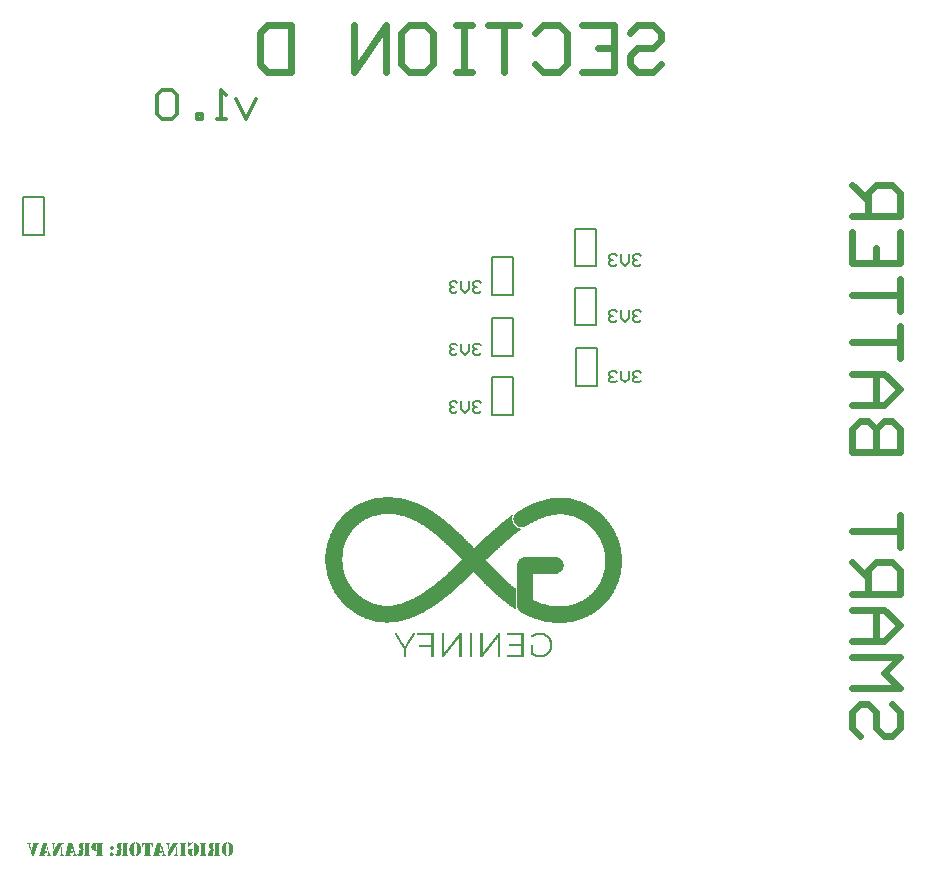
<source format=gbo>
G04*
G04 #@! TF.GenerationSoftware,Altium Limited,Altium Designer,20.1.8 (145)*
G04*
G04 Layer_Color=32896*
%FSLAX25Y25*%
%MOIN*%
G70*
G04*
G04 #@! TF.SameCoordinates,8A5546FC-2E64-4ACD-A3F0-66F597033F2E*
G04*
G04*
G04 #@! TF.FilePolarity,Positive*
G04*
G01*
G75*
%ADD11C,0.00787*%
%ADD13C,0.02362*%
%ADD93C,0.01181*%
G36*
X218105Y128796D02*
X219331D01*
Y128659D01*
X220285D01*
Y128523D01*
X220966D01*
Y128387D01*
X221511D01*
Y128251D01*
X222056D01*
Y128114D01*
X222465D01*
Y127978D01*
X222874D01*
Y127842D01*
X223283D01*
Y127706D01*
X223691D01*
Y127569D01*
X223964D01*
Y127433D01*
X224373D01*
Y127297D01*
X224645D01*
Y127161D01*
X224918D01*
Y127024D01*
X225326D01*
Y126888D01*
X225599D01*
Y126752D01*
X225871D01*
Y126616D01*
X226144D01*
Y126479D01*
X226416D01*
Y126343D01*
X226553D01*
Y126207D01*
X226825D01*
Y126071D01*
X227098D01*
Y125934D01*
X227234D01*
Y125798D01*
X227507D01*
Y125662D01*
X227779D01*
Y125526D01*
X227915D01*
Y125389D01*
X228188D01*
Y125253D01*
X228324D01*
Y125117D01*
X228460D01*
Y124981D01*
X228733D01*
Y124844D01*
X228869D01*
Y124708D01*
X229142D01*
Y124572D01*
X229278D01*
Y124436D01*
X229414D01*
Y124299D01*
X229550D01*
Y124163D01*
X229823D01*
Y124027D01*
X229959D01*
Y123891D01*
X230095D01*
Y123754D01*
X230232D01*
Y123618D01*
X230368D01*
Y123482D01*
X230504D01*
Y123346D01*
X230641D01*
Y123209D01*
X230777D01*
Y123073D01*
X230913D01*
Y122937D01*
X231049D01*
Y122801D01*
X231186D01*
Y122664D01*
X231322D01*
Y122528D01*
X231458D01*
Y122392D01*
X231594D01*
Y122256D01*
X231731D01*
Y122119D01*
X231867D01*
Y121983D01*
X232003D01*
Y121847D01*
X232139D01*
Y121711D01*
X232276D01*
Y121574D01*
X232412D01*
Y121438D01*
X232548D01*
Y121302D01*
Y121166D01*
X232684D01*
Y121029D01*
X232821D01*
Y120893D01*
X232957D01*
Y120757D01*
X233093D01*
Y120621D01*
Y120484D01*
X233229D01*
Y120348D01*
X233366D01*
Y120212D01*
X233502D01*
Y120075D01*
Y119939D01*
X233638D01*
Y119803D01*
X233774D01*
Y119667D01*
Y119530D01*
X233911D01*
Y119394D01*
X234047D01*
Y119258D01*
Y119122D01*
X234183D01*
Y118985D01*
X234319D01*
Y118849D01*
Y118713D01*
X234456D01*
Y118577D01*
Y118440D01*
X234592D01*
Y118304D01*
Y118168D01*
X234728D01*
Y118032D01*
X234864D01*
Y117895D01*
Y117759D01*
X235001D01*
Y117623D01*
Y117487D01*
X235137D01*
Y117350D01*
Y117214D01*
X235273D01*
Y117078D01*
Y116942D01*
X235409D01*
Y116805D01*
Y116669D01*
X235546D01*
Y116533D01*
Y116396D01*
Y116260D01*
X235682D01*
Y116124D01*
Y115988D01*
X235818D01*
Y115851D01*
Y115715D01*
X235954D01*
Y115579D01*
Y115443D01*
Y115306D01*
X236091D01*
Y115170D01*
Y115034D01*
Y114898D01*
X236227D01*
Y114761D01*
Y114625D01*
Y114489D01*
X236363D01*
Y114353D01*
Y114216D01*
Y114080D01*
X236499D01*
Y113944D01*
Y113808D01*
Y113671D01*
X236636D01*
Y113535D01*
Y113399D01*
Y113263D01*
Y113126D01*
X236772D01*
Y112990D01*
Y112854D01*
Y112718D01*
Y112581D01*
X236908D01*
Y112445D01*
Y112309D01*
Y112173D01*
Y112036D01*
Y111900D01*
X237045D01*
Y111764D01*
Y111628D01*
Y111491D01*
Y111355D01*
Y111219D01*
Y111083D01*
X237181D01*
Y110946D01*
Y110810D01*
Y110674D01*
Y110538D01*
Y110401D01*
Y110265D01*
Y110129D01*
Y109993D01*
X237317D01*
Y109856D01*
Y109720D01*
Y109584D01*
Y109448D01*
Y109311D01*
Y109175D01*
Y109039D01*
Y108903D01*
Y108766D01*
Y108630D01*
Y108494D01*
Y108357D01*
Y108221D01*
Y108085D01*
Y107949D01*
Y107812D01*
Y107676D01*
Y107540D01*
Y107404D01*
Y107267D01*
Y107131D01*
Y106995D01*
Y106859D01*
Y106722D01*
Y106586D01*
Y106450D01*
Y106314D01*
Y106177D01*
Y106041D01*
Y105905D01*
Y105769D01*
Y105632D01*
X237181D01*
Y105496D01*
Y105360D01*
Y105224D01*
Y105087D01*
Y104951D01*
Y104815D01*
Y104678D01*
X237045D01*
Y104542D01*
Y104406D01*
Y104270D01*
Y104133D01*
Y103997D01*
Y103861D01*
X236908D01*
Y103725D01*
Y103588D01*
Y103452D01*
Y103316D01*
Y103180D01*
X236772D01*
Y103043D01*
Y102907D01*
Y102771D01*
Y102635D01*
X236636D01*
Y102498D01*
Y102362D01*
Y102226D01*
Y102090D01*
X236499D01*
Y101953D01*
Y101817D01*
Y101681D01*
X236363D01*
Y101545D01*
Y101408D01*
Y101272D01*
X236227D01*
Y101136D01*
Y101000D01*
Y100863D01*
X236091D01*
Y100727D01*
Y100591D01*
Y100455D01*
X235954D01*
Y100318D01*
Y100182D01*
Y100046D01*
X235818D01*
Y99910D01*
Y99773D01*
X235682D01*
Y99637D01*
Y99501D01*
X235546D01*
Y99365D01*
Y99228D01*
Y99092D01*
X235409D01*
Y98956D01*
Y98820D01*
X235273D01*
Y98683D01*
Y98547D01*
X235137D01*
Y98411D01*
Y98274D01*
X235001D01*
Y98138D01*
Y98002D01*
X234864D01*
Y97866D01*
Y97729D01*
X234728D01*
Y97593D01*
X234592D01*
Y97457D01*
Y97321D01*
X234456D01*
Y97184D01*
Y97048D01*
X234319D01*
Y96912D01*
X234183D01*
Y96776D01*
Y96640D01*
X234047D01*
Y96503D01*
Y96367D01*
X233911D01*
Y96231D01*
X233774D01*
Y96095D01*
Y95958D01*
X233638D01*
Y95822D01*
X233502D01*
Y95686D01*
X233366D01*
Y95549D01*
Y95413D01*
X233229D01*
Y95277D01*
X233093D01*
Y95141D01*
Y95004D01*
X232957D01*
Y94868D01*
X232821D01*
Y94732D01*
X232684D01*
Y94596D01*
X232548D01*
Y94459D01*
X232412D01*
Y94323D01*
Y94187D01*
X232276D01*
Y94051D01*
X232139D01*
Y93914D01*
X232003D01*
Y93778D01*
X231867D01*
Y93642D01*
X231731D01*
Y93506D01*
X231594D01*
Y93369D01*
X231458D01*
Y93233D01*
X231322D01*
Y93097D01*
X231186D01*
Y92961D01*
X231049D01*
Y92824D01*
X230913D01*
Y92688D01*
X230777D01*
Y92552D01*
X230641D01*
Y92415D01*
X230504D01*
Y92279D01*
X230368D01*
Y92143D01*
X230232D01*
Y92007D01*
X230095D01*
Y91870D01*
X229823D01*
Y91734D01*
X229687D01*
Y91598D01*
X229550D01*
Y91462D01*
X229414D01*
Y91325D01*
X229142D01*
Y91189D01*
X229005D01*
Y91053D01*
X228869D01*
Y90917D01*
X228597D01*
Y90781D01*
X228460D01*
Y90644D01*
X228188D01*
Y90508D01*
X228052D01*
Y90372D01*
X227779D01*
Y90235D01*
X227507D01*
Y90099D01*
X227370D01*
Y89963D01*
X227098D01*
Y89827D01*
X226825D01*
Y89690D01*
X226553D01*
Y89554D01*
X226416D01*
Y89418D01*
X226144D01*
Y89282D01*
X225735D01*
Y89145D01*
X225463D01*
Y89009D01*
X225190D01*
Y88873D01*
X224918D01*
Y88737D01*
X224509D01*
Y88600D01*
X224236D01*
Y88464D01*
X223828D01*
Y88328D01*
X223419D01*
Y88192D01*
X223010D01*
Y88055D01*
X222465D01*
Y87919D01*
X222056D01*
Y87783D01*
X221375D01*
Y87647D01*
X220830D01*
Y87510D01*
X220012D01*
Y87374D01*
X218922D01*
Y87238D01*
X214017D01*
Y87374D01*
X212927D01*
Y87510D01*
X212110D01*
Y87647D01*
X211428D01*
Y87783D01*
X210883D01*
Y87919D01*
X210338D01*
Y88055D01*
X209793D01*
Y88192D01*
X209385D01*
Y88328D01*
X208976D01*
Y88464D01*
X208567D01*
Y88600D01*
X208158D01*
Y88737D01*
X207750D01*
Y88873D01*
X207477D01*
Y89009D01*
X207068D01*
Y89145D01*
X206796D01*
Y89282D01*
X206387D01*
Y89418D01*
X206114D01*
Y89554D01*
X205842D01*
Y89690D01*
X205569D01*
Y89827D01*
X205297D01*
Y89963D01*
X205024D01*
Y90099D01*
X204752D01*
Y90235D01*
X204479D01*
Y90372D01*
X204207D01*
Y90508D01*
X203934D01*
Y90644D01*
X203662D01*
Y90781D01*
X203526D01*
Y90917D01*
X203253D01*
Y91053D01*
X203117D01*
Y91189D01*
X202980D01*
Y91325D01*
Y91462D01*
X202844D01*
Y91598D01*
X202708D01*
Y91734D01*
Y91870D01*
X202572D01*
Y92007D01*
Y92143D01*
Y92279D01*
X202435D01*
Y92415D01*
Y92552D01*
Y92688D01*
Y92824D01*
Y92961D01*
X202299D01*
Y93097D01*
Y93233D01*
Y93369D01*
Y93506D01*
Y93642D01*
Y93778D01*
Y93914D01*
Y94051D01*
Y94187D01*
Y94323D01*
Y94459D01*
Y94596D01*
Y94732D01*
Y94868D01*
Y95004D01*
Y95141D01*
Y95277D01*
Y95413D01*
Y95549D01*
Y95686D01*
Y95822D01*
Y95958D01*
Y96095D01*
Y96231D01*
Y96367D01*
Y96503D01*
Y96640D01*
Y96776D01*
Y96912D01*
Y97048D01*
Y97184D01*
Y97321D01*
Y97457D01*
Y97593D01*
Y97729D01*
Y97866D01*
Y98002D01*
Y98138D01*
Y98274D01*
Y98411D01*
Y98547D01*
Y98683D01*
Y98820D01*
Y98956D01*
Y99092D01*
Y99228D01*
Y99365D01*
Y99501D01*
Y99637D01*
Y99773D01*
Y99910D01*
Y100046D01*
Y100182D01*
Y100318D01*
Y100455D01*
Y100591D01*
Y100727D01*
Y100863D01*
Y101000D01*
Y101136D01*
Y101272D01*
Y101408D01*
Y101545D01*
Y101681D01*
Y101817D01*
Y101953D01*
Y102090D01*
Y102226D01*
Y102362D01*
Y102498D01*
Y102635D01*
Y102771D01*
Y102907D01*
Y103043D01*
Y103180D01*
Y103316D01*
Y103452D01*
Y103588D01*
Y103725D01*
Y103861D01*
Y103997D01*
Y104133D01*
Y104270D01*
Y104406D01*
Y104542D01*
Y104678D01*
Y104815D01*
Y104951D01*
Y105087D01*
Y105224D01*
Y105360D01*
Y105496D01*
Y105632D01*
Y105769D01*
Y105905D01*
Y106041D01*
Y106177D01*
Y106314D01*
Y106450D01*
X202435D01*
Y106586D01*
Y106722D01*
Y106859D01*
Y106995D01*
Y107131D01*
X202572D01*
Y107267D01*
Y107404D01*
Y107540D01*
X202708D01*
Y107676D01*
Y107812D01*
X202844D01*
Y107949D01*
X202980D01*
Y108085D01*
X203117D01*
Y108221D01*
Y108357D01*
X203389D01*
Y108494D01*
X203526D01*
Y108630D01*
X203662D01*
Y108766D01*
X203934D01*
Y108903D01*
X204343D01*
Y109039D01*
X204888D01*
Y109175D01*
X215380D01*
Y109039D01*
X216061D01*
Y108903D01*
X216334D01*
Y108766D01*
X216606D01*
Y108630D01*
X216742D01*
Y108494D01*
X217015D01*
Y108357D01*
X217151D01*
Y108221D01*
X217287D01*
Y108085D01*
X217424D01*
Y107949D01*
Y107812D01*
X217560D01*
Y107676D01*
Y107540D01*
X217696D01*
Y107404D01*
Y107267D01*
X217832D01*
Y107131D01*
Y106995D01*
Y106859D01*
Y106722D01*
X217969D01*
Y106586D01*
Y106450D01*
Y106314D01*
Y106177D01*
Y106041D01*
Y105905D01*
X217832D01*
Y105769D01*
Y105632D01*
Y105496D01*
Y105360D01*
X217696D01*
Y105224D01*
Y105087D01*
X217560D01*
Y104951D01*
Y104815D01*
X217424D01*
Y104678D01*
X217287D01*
Y104542D01*
X217151D01*
Y104406D01*
X217015D01*
Y104270D01*
X216879D01*
Y104133D01*
X216742D01*
Y103997D01*
X216470D01*
Y103861D01*
X216197D01*
Y103725D01*
X215925D01*
Y103588D01*
X208022D01*
Y103452D01*
X207886D01*
Y103316D01*
Y103180D01*
Y103043D01*
Y102907D01*
Y102771D01*
Y102635D01*
Y102498D01*
Y102362D01*
Y102226D01*
Y102090D01*
Y101953D01*
Y101817D01*
Y101681D01*
Y101545D01*
Y101408D01*
Y101272D01*
Y101136D01*
Y101000D01*
Y100863D01*
Y100727D01*
Y100591D01*
Y100455D01*
Y100318D01*
Y100182D01*
Y100046D01*
Y99910D01*
Y99773D01*
Y99637D01*
Y99501D01*
Y99365D01*
Y99228D01*
Y99092D01*
Y98956D01*
Y98820D01*
Y98683D01*
Y98547D01*
Y98411D01*
Y98274D01*
Y98138D01*
Y98002D01*
Y97866D01*
Y97729D01*
Y97593D01*
Y97457D01*
Y97321D01*
Y97184D01*
Y97048D01*
Y96912D01*
Y96776D01*
Y96640D01*
Y96503D01*
Y96367D01*
Y96231D01*
Y96095D01*
Y95958D01*
Y95822D01*
Y95686D01*
Y95549D01*
Y95413D01*
Y95277D01*
Y95141D01*
Y95004D01*
Y94868D01*
Y94732D01*
X208158D01*
Y94596D01*
X208431D01*
Y94459D01*
X208703D01*
Y94323D01*
X209112D01*
Y94187D01*
X209385D01*
Y94051D01*
X209793D01*
Y93914D01*
X210066D01*
Y93778D01*
X210475D01*
Y93642D01*
X210883D01*
Y93506D01*
X211428D01*
Y93369D01*
X211974D01*
Y93233D01*
X212519D01*
Y93097D01*
X213200D01*
Y92961D01*
X214154D01*
Y92824D01*
X215925D01*
Y92688D01*
X217015D01*
Y92824D01*
X218786D01*
Y92961D01*
X219740D01*
Y93097D01*
X220421D01*
Y93233D01*
X220966D01*
Y93369D01*
X221375D01*
Y93506D01*
X221784D01*
Y93642D01*
X222193D01*
Y93778D01*
X222601D01*
Y93914D01*
X222874D01*
Y94051D01*
X223146D01*
Y94187D01*
X223419D01*
Y94323D01*
X223691D01*
Y94459D01*
X223964D01*
Y94596D01*
X224236D01*
Y94732D01*
X224509D01*
Y94868D01*
X224781D01*
Y95004D01*
X224918D01*
Y95141D01*
X225190D01*
Y95277D01*
X225326D01*
Y95413D01*
X225599D01*
Y95549D01*
X225735D01*
Y95686D01*
X225871D01*
Y95822D01*
X226144D01*
Y95958D01*
X226280D01*
Y96095D01*
X226416D01*
Y96231D01*
X226553D01*
Y96367D01*
X226689D01*
Y96503D01*
X226825D01*
Y96640D01*
X227098D01*
Y96776D01*
X227234D01*
Y96912D01*
X227370D01*
Y97048D01*
X227507D01*
Y97184D01*
X227643D01*
Y97321D01*
X227779D01*
Y97457D01*
X227915D01*
Y97593D01*
Y97729D01*
X228052D01*
Y97866D01*
X228188D01*
Y98002D01*
X228324D01*
Y98138D01*
X228460D01*
Y98274D01*
X228597D01*
Y98411D01*
Y98547D01*
X228733D01*
Y98683D01*
X228869D01*
Y98820D01*
X229005D01*
Y98956D01*
Y99092D01*
X229142D01*
Y99228D01*
X229278D01*
Y99365D01*
Y99501D01*
X229414D01*
Y99637D01*
X229550D01*
Y99773D01*
Y99910D01*
X229687D01*
Y100046D01*
Y100182D01*
X229823D01*
Y100318D01*
X229959D01*
Y100455D01*
Y100591D01*
X230095D01*
Y100727D01*
Y100863D01*
X230232D01*
Y101000D01*
Y101136D01*
X230368D01*
Y101272D01*
Y101408D01*
X230504D01*
Y101545D01*
Y101681D01*
Y101817D01*
X230641D01*
Y101953D01*
Y102090D01*
X230777D01*
Y102226D01*
Y102362D01*
X230913D01*
Y102498D01*
Y102635D01*
Y102771D01*
X231049D01*
Y102907D01*
Y103043D01*
Y103180D01*
X231186D01*
Y103316D01*
Y103452D01*
Y103588D01*
Y103725D01*
X231322D01*
Y103861D01*
Y103997D01*
Y104133D01*
Y104270D01*
X231458D01*
Y104406D01*
Y104542D01*
Y104678D01*
Y104815D01*
X231594D01*
Y104951D01*
Y105087D01*
Y105224D01*
Y105360D01*
Y105496D01*
Y105632D01*
Y105769D01*
X231731D01*
Y105905D01*
Y106041D01*
Y106177D01*
Y106314D01*
Y106450D01*
Y106586D01*
Y106722D01*
Y106859D01*
Y106995D01*
Y107131D01*
Y107267D01*
Y107404D01*
Y107540D01*
Y107676D01*
X231867D01*
Y107812D01*
Y107949D01*
Y108085D01*
X231731D01*
Y108221D01*
Y108357D01*
Y108494D01*
Y108630D01*
Y108766D01*
Y108903D01*
Y109039D01*
Y109175D01*
Y109311D01*
Y109448D01*
Y109584D01*
Y109720D01*
Y109856D01*
Y109993D01*
X231594D01*
Y110129D01*
Y110265D01*
Y110401D01*
Y110538D01*
Y110674D01*
Y110810D01*
X231458D01*
Y110946D01*
Y111083D01*
Y111219D01*
Y111355D01*
Y111491D01*
X231322D01*
Y111628D01*
Y111764D01*
Y111900D01*
Y112036D01*
X231186D01*
Y112173D01*
Y112309D01*
Y112445D01*
Y112581D01*
X231049D01*
Y112718D01*
Y112854D01*
Y112990D01*
X230913D01*
Y113126D01*
Y113263D01*
X230777D01*
Y113399D01*
Y113535D01*
Y113671D01*
X230641D01*
Y113808D01*
Y113944D01*
X230504D01*
Y114080D01*
Y114216D01*
Y114353D01*
X230368D01*
Y114489D01*
Y114625D01*
X230232D01*
Y114761D01*
Y114898D01*
X230095D01*
Y115034D01*
Y115170D01*
X229959D01*
Y115306D01*
Y115443D01*
X229823D01*
Y115579D01*
X229687D01*
Y115715D01*
Y115851D01*
X229550D01*
Y115988D01*
Y116124D01*
X229414D01*
Y116260D01*
X229278D01*
Y116396D01*
Y116533D01*
X229142D01*
Y116669D01*
X229005D01*
Y116805D01*
Y116942D01*
X228869D01*
Y117078D01*
X228733D01*
Y117214D01*
X228597D01*
Y117350D01*
Y117487D01*
X228460D01*
Y117623D01*
X228324D01*
Y117759D01*
X228188D01*
Y117895D01*
X228052D01*
Y118032D01*
Y118168D01*
X227915D01*
Y118304D01*
X227779D01*
Y118440D01*
X227643D01*
Y118577D01*
X227507D01*
Y118713D01*
X227370D01*
Y118849D01*
X227234D01*
Y118985D01*
X227098D01*
Y119122D01*
X226961D01*
Y119258D01*
X226825D01*
Y119394D01*
X226689D01*
Y119530D01*
X226553D01*
Y119667D01*
X226280D01*
Y119803D01*
X226144D01*
Y119939D01*
X226008D01*
Y120075D01*
X225871D01*
Y120212D01*
X225599D01*
Y120348D01*
X225463D01*
Y120484D01*
X225326D01*
Y120621D01*
X225054D01*
Y120757D01*
X224918D01*
Y120893D01*
X224645D01*
Y121029D01*
X224509D01*
Y121166D01*
X224236D01*
Y121302D01*
X223964D01*
Y121438D01*
X223691D01*
Y121574D01*
X223555D01*
Y121711D01*
X223283D01*
Y121847D01*
X223010D01*
Y121983D01*
X222738D01*
Y122119D01*
X222329D01*
Y122256D01*
X222056D01*
Y122392D01*
X221648D01*
Y122528D01*
X221375D01*
Y122664D01*
X220966D01*
Y122801D01*
X220421D01*
Y122937D01*
X219876D01*
Y123073D01*
X219195D01*
Y123209D01*
X217969D01*
Y123346D01*
X215652D01*
Y123209D01*
X214562D01*
Y123073D01*
X213745D01*
Y122937D01*
X213064D01*
Y122801D01*
X212519D01*
Y122664D01*
X212110D01*
Y122528D01*
X211701D01*
Y122392D01*
X211292D01*
Y122256D01*
X210883D01*
Y122119D01*
X210475D01*
Y121983D01*
X210202D01*
Y121847D01*
X209793D01*
Y121711D01*
X209521D01*
Y121574D01*
X209248D01*
Y121438D01*
X208976D01*
Y121302D01*
X208703D01*
Y121166D01*
X208431D01*
Y121029D01*
X208158D01*
Y120893D01*
X207886D01*
Y120757D01*
X207613D01*
Y120621D01*
X207341D01*
Y120484D01*
X207068D01*
Y120348D01*
X206796D01*
Y120212D01*
X206660D01*
Y120075D01*
X206387D01*
Y119939D01*
X206114D01*
Y119803D01*
X205978D01*
Y119667D01*
X205706D01*
Y119530D01*
X205433D01*
Y119394D01*
X205161D01*
Y119258D01*
X204888D01*
Y119122D01*
X204071D01*
Y118985D01*
X203934D01*
Y119122D01*
X203253D01*
Y119258D01*
X202844D01*
Y119394D01*
X202572D01*
Y119530D01*
X202435D01*
Y119667D01*
X202163D01*
Y119803D01*
X202027D01*
Y119939D01*
X201890D01*
Y120075D01*
Y120212D01*
X201754D01*
Y120348D01*
X201618D01*
Y120484D01*
Y120621D01*
X201482D01*
Y120757D01*
Y120893D01*
X201345D01*
Y121029D01*
Y121166D01*
Y121302D01*
Y121438D01*
X201209D01*
Y121574D01*
Y121711D01*
Y121847D01*
Y121983D01*
Y122119D01*
X201345D01*
Y122256D01*
Y122392D01*
Y122528D01*
Y122664D01*
X201482D01*
Y122801D01*
Y122937D01*
Y123073D01*
X201618D01*
Y123209D01*
Y123346D01*
X201754D01*
Y123482D01*
X201890D01*
Y123618D01*
X202027D01*
Y123754D01*
X202163D01*
Y123891D01*
X202299D01*
Y124027D01*
X202435D01*
Y124163D01*
X202572D01*
Y124299D01*
X202844D01*
Y124436D01*
X203117D01*
Y124572D01*
X203253D01*
Y124708D01*
X203526D01*
Y124844D01*
X203798D01*
Y124981D01*
X203934D01*
Y125117D01*
X204207D01*
Y125253D01*
X204479D01*
Y125389D01*
X204752D01*
Y125526D01*
X205024D01*
Y125662D01*
X205297D01*
Y125798D01*
X205569D01*
Y125934D01*
X205842D01*
Y126071D01*
X206114D01*
Y126207D01*
X206387D01*
Y126343D01*
X206660D01*
Y126479D01*
X206932D01*
Y126616D01*
X207205D01*
Y126752D01*
X207477D01*
Y126888D01*
X207886D01*
Y127024D01*
X208158D01*
Y127161D01*
X208567D01*
Y127297D01*
X208840D01*
Y127433D01*
X209248D01*
Y127569D01*
X209657D01*
Y127706D01*
X210066D01*
Y127842D01*
X210475D01*
Y127978D01*
X211020D01*
Y128114D01*
X211428D01*
Y128251D01*
X211974D01*
Y128387D01*
X212655D01*
Y128523D01*
X213336D01*
Y128659D01*
X214154D01*
Y128796D01*
X215516D01*
Y128932D01*
X218105D01*
Y128796D01*
D02*
G37*
G36*
X161150Y128932D02*
X162513D01*
Y128796D01*
X163466D01*
Y128659D01*
X164148D01*
Y128523D01*
X164829D01*
Y128387D01*
X165374D01*
Y128251D01*
X165919D01*
Y128114D01*
X166328D01*
Y127978D01*
X166737D01*
Y127842D01*
X167145D01*
Y127706D01*
X167554D01*
Y127569D01*
X167963D01*
Y127433D01*
X168372D01*
Y127297D01*
X168644D01*
Y127161D01*
X169053D01*
Y127024D01*
X169325D01*
Y126888D01*
X169734D01*
Y126752D01*
X170007D01*
Y126616D01*
X170279D01*
Y126479D01*
X170552D01*
Y126343D01*
X170824D01*
Y126207D01*
X171097D01*
Y126071D01*
X171369D01*
Y125934D01*
X171642D01*
Y125798D01*
X171914D01*
Y125662D01*
X172187D01*
Y125526D01*
X172459D01*
Y125389D01*
X172596D01*
Y125253D01*
X172868D01*
Y125117D01*
X173141D01*
Y124981D01*
X173277D01*
Y124844D01*
X173549D01*
Y124708D01*
X173822D01*
Y124572D01*
X173958D01*
Y124436D01*
X174231D01*
Y124299D01*
X174367D01*
Y124163D01*
X174639D01*
Y124027D01*
X174776D01*
Y123891D01*
X175048D01*
Y123754D01*
X175184D01*
Y123618D01*
X175457D01*
Y123482D01*
X175593D01*
Y123346D01*
X175866D01*
Y123209D01*
X176002D01*
Y123073D01*
X176138D01*
Y122937D01*
X176411D01*
Y122801D01*
X176547D01*
Y122664D01*
X176683D01*
Y122528D01*
X176956D01*
Y122392D01*
X177092D01*
Y122256D01*
X177228D01*
Y122119D01*
X177501D01*
Y121983D01*
X177637D01*
Y121847D01*
X177773D01*
Y121711D01*
X177910D01*
Y121574D01*
X178182D01*
Y121438D01*
X178318D01*
Y121302D01*
X178454D01*
Y121166D01*
X178591D01*
Y121029D01*
X178863D01*
Y120893D01*
X179000D01*
Y120757D01*
X179136D01*
Y120621D01*
X179272D01*
Y120484D01*
X179408D01*
Y120348D01*
X179545D01*
Y120212D01*
X179817D01*
Y120075D01*
X179953D01*
Y119939D01*
X180090D01*
Y119803D01*
X180226D01*
Y119667D01*
X180362D01*
Y119530D01*
X180498D01*
Y119394D01*
X180635D01*
Y119258D01*
X180907D01*
Y119122D01*
X181043D01*
Y118985D01*
X181180D01*
Y118849D01*
X181316D01*
Y118713D01*
X181452D01*
Y118577D01*
X181588D01*
Y118440D01*
X181725D01*
Y118304D01*
X181861D01*
Y118168D01*
X181997D01*
Y118032D01*
X182133D01*
Y117895D01*
X182270D01*
Y117759D01*
X182542D01*
Y117623D01*
X182678D01*
Y117487D01*
X182815D01*
Y117350D01*
X182951D01*
Y117214D01*
X183087D01*
Y117078D01*
X183223D01*
Y116942D01*
X183360D01*
Y116805D01*
X183496D01*
Y116669D01*
X183632D01*
Y116533D01*
X183768D01*
Y116396D01*
X183905D01*
Y116260D01*
X184041D01*
Y116124D01*
X184177D01*
Y115988D01*
X184313D01*
Y115851D01*
X184450D01*
Y115715D01*
X184586D01*
Y115579D01*
X184722D01*
Y115443D01*
X184859D01*
Y115306D01*
X184995D01*
Y115170D01*
X185131D01*
Y115034D01*
X185267D01*
Y114898D01*
X185404D01*
Y114761D01*
X185540D01*
Y114625D01*
X185676D01*
Y114489D01*
X185812D01*
Y114353D01*
X185949D01*
Y114216D01*
X186085D01*
Y114080D01*
X186221D01*
Y113944D01*
X186357D01*
Y113808D01*
X186494D01*
Y113671D01*
X186630D01*
Y113535D01*
X186766D01*
Y113399D01*
X186902D01*
Y113263D01*
X187039D01*
Y113126D01*
X187175D01*
Y112990D01*
X187311D01*
Y112854D01*
X187447D01*
Y112718D01*
X187584D01*
Y112581D01*
X187720D01*
Y112445D01*
X187856D01*
Y112309D01*
X187993D01*
Y112173D01*
X188265D01*
Y112309D01*
X188401D01*
Y112445D01*
X188538D01*
Y112581D01*
X188674D01*
Y112718D01*
X188810D01*
Y112854D01*
X188946D01*
Y112990D01*
X189083D01*
Y113126D01*
X189219D01*
Y113263D01*
X189355D01*
Y113399D01*
X189491D01*
Y113535D01*
X189628D01*
Y113671D01*
X189764D01*
Y113808D01*
X189900D01*
Y113944D01*
X190036D01*
Y114080D01*
X190173D01*
Y114216D01*
X190445D01*
Y114353D01*
X190581D01*
Y114489D01*
X190718D01*
Y114625D01*
X190854D01*
Y114761D01*
X190990D01*
Y114898D01*
X191126D01*
Y115034D01*
X191263D01*
Y115170D01*
X191399D01*
Y115306D01*
X191535D01*
Y115443D01*
X191671D01*
Y115579D01*
X191808D01*
Y115715D01*
X191944D01*
Y115851D01*
X192216D01*
Y115988D01*
X192353D01*
Y116124D01*
X192489D01*
Y116260D01*
X192625D01*
Y116396D01*
X192761D01*
Y116533D01*
X192898D01*
Y116669D01*
X193034D01*
Y116805D01*
X193170D01*
Y116942D01*
X193306D01*
Y117078D01*
X193443D01*
Y117214D01*
X193715D01*
Y117350D01*
X193851D01*
Y117487D01*
X193988D01*
Y117623D01*
X194124D01*
Y117759D01*
X194260D01*
Y117895D01*
X194396D01*
Y118032D01*
X194533D01*
Y118168D01*
X194669D01*
Y118304D01*
X194941D01*
Y118440D01*
X195078D01*
Y118577D01*
X195214D01*
Y118713D01*
X195350D01*
Y118849D01*
X195486D01*
Y118985D01*
X195623D01*
Y119122D01*
X195759D01*
Y119258D01*
X196031D01*
Y119394D01*
X196168D01*
Y119530D01*
X196304D01*
Y119667D01*
X196440D01*
Y119803D01*
X196576D01*
Y119939D01*
X196713D01*
Y120075D01*
X196985D01*
Y120212D01*
X197122D01*
Y120348D01*
X197258D01*
Y120484D01*
X197394D01*
Y120621D01*
X197530D01*
Y120757D01*
X197803D01*
Y120893D01*
X197939D01*
Y121029D01*
X198075D01*
Y121166D01*
X198212D01*
Y121302D01*
X198484D01*
Y121438D01*
X198620D01*
Y121574D01*
X198757D01*
Y121711D01*
X198893D01*
Y121847D01*
X199165D01*
Y121983D01*
X199302D01*
Y122119D01*
X199438D01*
Y122256D01*
X199710D01*
Y122392D01*
X199847D01*
Y122528D01*
X199983D01*
Y122664D01*
X200255D01*
Y122801D01*
X200392D01*
Y122937D01*
X200528D01*
Y123073D01*
X200800D01*
Y123209D01*
X200937D01*
Y123346D01*
X201073D01*
Y123209D01*
Y123073D01*
X200937D01*
Y122937D01*
Y122801D01*
Y122664D01*
X200800D01*
Y122528D01*
Y122392D01*
Y122256D01*
Y122119D01*
Y121983D01*
Y121847D01*
Y121711D01*
Y121574D01*
Y121438D01*
Y121302D01*
Y121166D01*
Y121029D01*
X200937D01*
Y120893D01*
Y120757D01*
Y120621D01*
X201073D01*
Y120484D01*
Y120348D01*
X201209D01*
Y120212D01*
Y120075D01*
X201345D01*
Y119939D01*
Y119803D01*
X201482D01*
Y119667D01*
X201618D01*
Y119530D01*
X201754D01*
Y119394D01*
X201890D01*
Y119258D01*
X202027D01*
Y119122D01*
X202299D01*
Y118985D01*
X202572D01*
Y118849D01*
X202844D01*
Y118713D01*
X203253D01*
Y118577D01*
X203934D01*
Y118440D01*
X203798D01*
Y118304D01*
X203526D01*
Y118168D01*
X203389D01*
Y118032D01*
X203253D01*
Y117895D01*
X202980D01*
Y117759D01*
X202844D01*
Y117623D01*
X202708D01*
Y117487D01*
X202435D01*
Y117350D01*
X202299D01*
Y117214D01*
X202163D01*
Y117078D01*
X202027D01*
Y116942D01*
X201754D01*
Y116805D01*
X201618D01*
Y116669D01*
X201482D01*
Y116533D01*
X201345D01*
Y116396D01*
X201073D01*
Y116260D01*
X200937D01*
Y116124D01*
X200800D01*
Y115988D01*
X200664D01*
Y115851D01*
X200528D01*
Y115715D01*
X200392D01*
Y115579D01*
X200119D01*
Y115443D01*
X199983D01*
Y115306D01*
X199847D01*
Y115170D01*
X199710D01*
Y115034D01*
X199574D01*
Y114898D01*
X199438D01*
Y114761D01*
X199165D01*
Y114625D01*
X199029D01*
Y114489D01*
X198893D01*
Y114353D01*
X198757D01*
Y114216D01*
X198620D01*
Y114080D01*
X198484D01*
Y113944D01*
X198348D01*
Y113808D01*
X198075D01*
Y113671D01*
X197939D01*
Y113535D01*
X197803D01*
Y113399D01*
X197667D01*
Y113263D01*
X197530D01*
Y113126D01*
X197394D01*
Y112990D01*
X197258D01*
Y112854D01*
X197122D01*
Y112718D01*
X196849D01*
Y112581D01*
X196713D01*
Y112445D01*
X196576D01*
Y112309D01*
X196440D01*
Y112173D01*
X196304D01*
Y112036D01*
X196168D01*
Y111900D01*
X196031D01*
Y111764D01*
X195895D01*
Y111628D01*
X195759D01*
Y111491D01*
X195623D01*
Y111355D01*
X195486D01*
Y111219D01*
X195214D01*
Y111083D01*
X195078D01*
Y110946D01*
X194941D01*
Y110810D01*
X194805D01*
Y110674D01*
X194669D01*
Y110538D01*
X194533D01*
Y110401D01*
X194396D01*
Y110265D01*
X194260D01*
Y110129D01*
X194124D01*
Y109993D01*
X193988D01*
Y109856D01*
X193851D01*
Y109720D01*
X193715D01*
Y109584D01*
X193579D01*
Y109448D01*
X193306D01*
Y109311D01*
X193170D01*
Y109175D01*
X193034D01*
Y109039D01*
X192898D01*
Y108903D01*
X192761D01*
Y108766D01*
X192625D01*
Y108630D01*
X192489D01*
Y108494D01*
X192353D01*
Y108357D01*
X192216D01*
Y108221D01*
X192080D01*
Y108085D01*
Y107949D01*
Y107812D01*
X192216D01*
Y107676D01*
X192353D01*
Y107540D01*
X192489D01*
Y107404D01*
X192625D01*
Y107267D01*
X192761D01*
Y107131D01*
X192898D01*
Y106995D01*
X193034D01*
Y106859D01*
X193170D01*
Y106722D01*
X193306D01*
Y106586D01*
X193443D01*
Y106450D01*
X193579D01*
Y106314D01*
X193715D01*
Y106177D01*
X193851D01*
Y106041D01*
X193988D01*
Y105905D01*
X194124D01*
Y105769D01*
X194260D01*
Y105632D01*
X194396D01*
Y105496D01*
X194533D01*
Y105360D01*
X194669D01*
Y105224D01*
X194805D01*
Y105087D01*
X194941D01*
Y104951D01*
X195078D01*
Y104815D01*
X195214D01*
Y104678D01*
X195350D01*
Y104542D01*
X195486D01*
Y104406D01*
X195623D01*
Y104270D01*
X195759D01*
Y104133D01*
X195895D01*
Y103997D01*
X196031D01*
Y103861D01*
X196168D01*
Y103725D01*
X196304D01*
Y103588D01*
X196440D01*
Y103452D01*
X196576D01*
Y103316D01*
X196713D01*
Y103180D01*
X196849D01*
Y103043D01*
X196985D01*
Y102907D01*
X197122D01*
Y102771D01*
X197258D01*
Y102635D01*
X197394D01*
Y102498D01*
X197530D01*
Y102362D01*
X197667D01*
Y102226D01*
X197803D01*
Y102090D01*
X197939D01*
Y101953D01*
X198075D01*
Y101817D01*
X198212D01*
Y101681D01*
X198348D01*
Y101545D01*
X198484D01*
Y101408D01*
X198620D01*
Y101272D01*
X198893D01*
Y101136D01*
X199029D01*
Y101000D01*
X199165D01*
Y100863D01*
X199302D01*
Y100727D01*
X199438D01*
Y100591D01*
X199574D01*
Y100455D01*
X199710D01*
Y100318D01*
X199847D01*
Y100182D01*
X199983D01*
Y100046D01*
X200255D01*
Y99910D01*
X200392D01*
Y99773D01*
X200528D01*
Y99637D01*
X200664D01*
Y99501D01*
X200800D01*
Y99365D01*
X200937D01*
Y99228D01*
X201209D01*
Y99092D01*
X201345D01*
Y98956D01*
X201482D01*
Y98820D01*
X201618D01*
Y98683D01*
X201890D01*
Y98547D01*
Y98411D01*
Y98274D01*
Y98138D01*
Y98002D01*
Y97866D01*
Y97729D01*
Y97593D01*
Y97457D01*
Y97321D01*
Y97184D01*
Y97048D01*
Y96912D01*
Y96776D01*
Y96640D01*
Y96503D01*
Y96367D01*
Y96231D01*
Y96095D01*
Y95958D01*
Y95822D01*
Y95686D01*
Y95549D01*
Y95413D01*
Y95277D01*
Y95141D01*
Y95004D01*
Y94868D01*
Y94732D01*
Y94596D01*
Y94459D01*
Y94323D01*
Y94187D01*
Y94051D01*
Y93914D01*
Y93778D01*
Y93642D01*
Y93506D01*
Y93369D01*
Y93233D01*
Y93097D01*
Y92961D01*
Y92824D01*
Y92688D01*
Y92552D01*
Y92415D01*
Y92279D01*
X202027D01*
Y92143D01*
Y92007D01*
Y91870D01*
X202163D01*
Y91734D01*
Y91598D01*
X202027D01*
Y91734D01*
X201754D01*
Y91870D01*
X201482D01*
Y92007D01*
X201345D01*
Y92143D01*
X201073D01*
Y92279D01*
X200937D01*
Y92415D01*
X200664D01*
Y92552D01*
X200528D01*
Y92688D01*
X200255D01*
Y92824D01*
X200119D01*
Y92961D01*
X199847D01*
Y93097D01*
X199710D01*
Y93233D01*
X199574D01*
Y93369D01*
X199302D01*
Y93506D01*
X199165D01*
Y93642D01*
X199029D01*
Y93778D01*
X198757D01*
Y93914D01*
X198620D01*
Y94051D01*
X198484D01*
Y94187D01*
X198348D01*
Y94323D01*
X198075D01*
Y94459D01*
X197939D01*
Y94596D01*
X197803D01*
Y94732D01*
X197667D01*
Y94868D01*
X197394D01*
Y95004D01*
X197258D01*
Y95141D01*
X197122D01*
Y95277D01*
X196985D01*
Y95413D01*
X196849D01*
Y95549D01*
X196713D01*
Y95686D01*
X196440D01*
Y95822D01*
X196304D01*
Y95958D01*
X196168D01*
Y96095D01*
X196031D01*
Y96231D01*
X195895D01*
Y96367D01*
X195759D01*
Y96503D01*
X195623D01*
Y96640D01*
X195486D01*
Y96776D01*
X195214D01*
Y96912D01*
X195078D01*
Y97048D01*
X194941D01*
Y97184D01*
X194805D01*
Y97321D01*
X194669D01*
Y97457D01*
X194533D01*
Y97593D01*
X194396D01*
Y97729D01*
X194260D01*
Y97866D01*
X194124D01*
Y98002D01*
X193988D01*
Y98138D01*
X193851D01*
Y98274D01*
X193715D01*
Y98411D01*
X193579D01*
Y98547D01*
X193443D01*
Y98683D01*
X193170D01*
Y98820D01*
X193034D01*
Y98956D01*
X192898D01*
Y99092D01*
X192761D01*
Y99228D01*
X192625D01*
Y99365D01*
X192489D01*
Y99501D01*
X192353D01*
Y99637D01*
X192216D01*
Y99773D01*
X192080D01*
Y99910D01*
X191944D01*
Y100046D01*
X191808D01*
Y100182D01*
X191671D01*
Y100318D01*
X191535D01*
Y100455D01*
X191399D01*
Y100591D01*
X191263D01*
Y100727D01*
X191126D01*
Y100863D01*
X190990D01*
Y101000D01*
X190854D01*
Y101136D01*
X190718D01*
Y101272D01*
X190581D01*
Y101408D01*
X190445D01*
Y101545D01*
X190309D01*
Y101681D01*
X190173D01*
Y101817D01*
X190036D01*
Y101953D01*
X189900D01*
Y102090D01*
X189764D01*
Y102226D01*
Y102362D01*
X189628D01*
Y102498D01*
X189491D01*
Y102635D01*
X189355D01*
Y102771D01*
X189219D01*
Y102907D01*
X189083D01*
Y103043D01*
X188946D01*
Y103180D01*
X188810D01*
Y103316D01*
X188674D01*
Y103452D01*
X188538D01*
Y103588D01*
X188401D01*
Y103725D01*
X188265D01*
Y103861D01*
X188129D01*
Y103997D01*
X187993D01*
Y104133D01*
X187856D01*
Y103997D01*
X187720D01*
Y103861D01*
X187584D01*
Y103725D01*
X187311D01*
Y103588D01*
X187175D01*
Y103452D01*
X187039D01*
Y103316D01*
X186902D01*
Y103180D01*
X186766D01*
Y103043D01*
X186630D01*
Y102907D01*
X186494D01*
Y102771D01*
X186357D01*
Y102635D01*
X186221D01*
Y102498D01*
X186085D01*
Y102362D01*
X185949D01*
Y102226D01*
X185812D01*
Y102090D01*
X185676D01*
Y101953D01*
X185540D01*
Y101817D01*
X185404D01*
Y101681D01*
X185267D01*
Y101545D01*
X185131D01*
Y101408D01*
X184995D01*
Y101272D01*
X184859D01*
Y101136D01*
X184722D01*
Y101000D01*
X184586D01*
Y100863D01*
X184450D01*
Y100727D01*
X184313D01*
Y100591D01*
X184177D01*
Y100455D01*
X184041D01*
Y100318D01*
X183905D01*
Y100182D01*
X183768D01*
Y100046D01*
X183496D01*
Y99910D01*
X183360D01*
Y99773D01*
X183223D01*
Y99637D01*
X183087D01*
Y99501D01*
X182951D01*
Y99365D01*
X182815D01*
Y99228D01*
X182678D01*
Y99092D01*
X182542D01*
Y98956D01*
X182406D01*
Y98820D01*
X182270D01*
Y98683D01*
X182133D01*
Y98547D01*
X181997D01*
Y98411D01*
X181861D01*
Y98274D01*
X181725D01*
Y98138D01*
X181452D01*
Y98002D01*
X181316D01*
Y97866D01*
X181180D01*
Y97729D01*
X181043D01*
Y97593D01*
X180907D01*
Y97457D01*
X180635D01*
Y97321D01*
X180498D01*
Y97184D01*
X180362D01*
Y97048D01*
X180226D01*
Y96912D01*
X180090D01*
Y96776D01*
X179817D01*
Y96640D01*
X179681D01*
Y96503D01*
X179545D01*
Y96367D01*
X179408D01*
Y96231D01*
X179136D01*
Y96095D01*
X179000D01*
Y95958D01*
X178863D01*
Y95822D01*
X178727D01*
Y95686D01*
X178454D01*
Y95549D01*
X178318D01*
Y95413D01*
X178182D01*
Y95277D01*
X177910D01*
Y95141D01*
X177773D01*
Y95004D01*
X177637D01*
Y94868D01*
X177501D01*
Y94732D01*
X177228D01*
Y94596D01*
X177092D01*
Y94459D01*
X176956D01*
Y94323D01*
X176683D01*
Y94187D01*
X176547D01*
Y94051D01*
X176275D01*
Y93914D01*
X176138D01*
Y93778D01*
X176002D01*
Y93642D01*
X175729D01*
Y93506D01*
X175593D01*
Y93369D01*
X175321D01*
Y93233D01*
X175184D01*
Y93097D01*
X174912D01*
Y92961D01*
X174776D01*
Y92824D01*
X174503D01*
Y92688D01*
X174367D01*
Y92552D01*
X174094D01*
Y92415D01*
X173958D01*
Y92279D01*
X173686D01*
Y92143D01*
X173549D01*
Y92007D01*
X173277D01*
Y91870D01*
X173141D01*
Y91734D01*
X172868D01*
Y91598D01*
X172596D01*
Y91462D01*
X172459D01*
Y91325D01*
X172187D01*
Y91189D01*
X171914D01*
Y91053D01*
X171642D01*
Y90917D01*
X171505D01*
Y90781D01*
X171233D01*
Y90644D01*
X170960D01*
Y90508D01*
X170688D01*
Y90372D01*
X170415D01*
Y90235D01*
X170143D01*
Y90099D01*
X169870D01*
Y89963D01*
X169598D01*
Y89827D01*
X169325D01*
Y89690D01*
X169053D01*
Y89554D01*
X168644D01*
Y89418D01*
X168372D01*
Y89282D01*
X168099D01*
Y89145D01*
X167690D01*
Y89009D01*
X167418D01*
Y88873D01*
X167009D01*
Y88737D01*
X166600D01*
Y88600D01*
X166191D01*
Y88464D01*
X165783D01*
Y88328D01*
X165374D01*
Y88192D01*
X164965D01*
Y88055D01*
X164420D01*
Y87919D01*
X163875D01*
Y87783D01*
X163194D01*
Y87647D01*
X162513D01*
Y87510D01*
X161559D01*
Y87374D01*
X159787D01*
Y87238D01*
X158425D01*
Y87374D01*
X156790D01*
Y87510D01*
X155836D01*
Y87647D01*
X155155D01*
Y87783D01*
X154474D01*
Y87919D01*
X153928D01*
Y88055D01*
X153520D01*
Y88192D01*
X153111D01*
Y88328D01*
X152702D01*
Y88464D01*
X152294D01*
Y88600D01*
X151885D01*
Y88737D01*
X151612D01*
Y88873D01*
X151340D01*
Y89009D01*
X150931D01*
Y89145D01*
X150658D01*
Y89282D01*
X150386D01*
Y89418D01*
X150113D01*
Y89554D01*
X149841D01*
Y89690D01*
X149568D01*
Y89827D01*
X149296D01*
Y89963D01*
X149160D01*
Y90099D01*
X148887D01*
Y90235D01*
X148615D01*
Y90372D01*
X148478D01*
Y90508D01*
X148206D01*
Y90644D01*
X148070D01*
Y90781D01*
X147797D01*
Y90917D01*
X147661D01*
Y91053D01*
X147388D01*
Y91189D01*
X147252D01*
Y91325D01*
X146979D01*
Y91462D01*
X146843D01*
Y91598D01*
X146707D01*
Y91734D01*
X146571D01*
Y91870D01*
X146298D01*
Y92007D01*
X146162D01*
Y92143D01*
X146026D01*
Y92279D01*
X145889D01*
Y92415D01*
X145753D01*
Y92552D01*
X145481D01*
Y92688D01*
X145344D01*
Y92824D01*
X145208D01*
Y92961D01*
X145072D01*
Y93097D01*
X144936D01*
Y93233D01*
X144799D01*
Y93369D01*
X144663D01*
Y93506D01*
X144527D01*
Y93642D01*
X144391D01*
Y93778D01*
X144254D01*
Y93914D01*
X144118D01*
Y94051D01*
X143982D01*
Y94187D01*
X143846D01*
Y94323D01*
Y94459D01*
X143709D01*
Y94596D01*
X143573D01*
Y94732D01*
X143437D01*
Y94868D01*
X143301D01*
Y95004D01*
X143164D01*
Y95141D01*
Y95277D01*
X143028D01*
Y95413D01*
X142892D01*
Y95549D01*
X142756D01*
Y95686D01*
X142619D01*
Y95822D01*
Y95958D01*
X142483D01*
Y96095D01*
X142347D01*
Y96231D01*
Y96367D01*
X142210D01*
Y96503D01*
X142074D01*
Y96640D01*
Y96776D01*
X141938D01*
Y96912D01*
X141802D01*
Y97048D01*
Y97184D01*
X141665D01*
Y97321D01*
X141529D01*
Y97457D01*
Y97593D01*
X141393D01*
Y97729D01*
Y97866D01*
X141257D01*
Y98002D01*
X141121D01*
Y98138D01*
Y98274D01*
X140984D01*
Y98411D01*
Y98547D01*
X140848D01*
Y98683D01*
Y98820D01*
X140712D01*
Y98956D01*
Y99092D01*
X140576D01*
Y99228D01*
Y99365D01*
X140439D01*
Y99501D01*
Y99637D01*
X140303D01*
Y99773D01*
Y99910D01*
Y100046D01*
X140167D01*
Y100182D01*
Y100318D01*
X140030D01*
Y100455D01*
Y100591D01*
Y100727D01*
X139894D01*
Y100863D01*
Y101000D01*
Y101136D01*
X139758D01*
Y101272D01*
Y101408D01*
X139622D01*
Y101545D01*
Y101681D01*
Y101817D01*
X139485D01*
Y101953D01*
Y102090D01*
Y102226D01*
Y102362D01*
X139349D01*
Y102498D01*
Y102635D01*
Y102771D01*
X139213D01*
Y102907D01*
Y103043D01*
Y103180D01*
Y103316D01*
X139077D01*
Y103452D01*
Y103588D01*
Y103725D01*
Y103861D01*
X138940D01*
Y103997D01*
Y104133D01*
Y104270D01*
Y104406D01*
Y104542D01*
Y104678D01*
X138804D01*
Y104815D01*
Y104951D01*
Y105087D01*
Y105224D01*
Y105360D01*
Y105496D01*
X138668D01*
Y105632D01*
Y105769D01*
Y105905D01*
Y106041D01*
Y106177D01*
Y106314D01*
Y106450D01*
Y106586D01*
Y106722D01*
X138532D01*
Y106859D01*
Y106995D01*
Y107131D01*
Y107267D01*
Y107404D01*
Y107540D01*
Y107676D01*
Y107812D01*
Y107949D01*
Y108085D01*
Y108221D01*
Y108357D01*
Y108494D01*
Y108630D01*
Y108766D01*
Y108903D01*
Y109039D01*
Y109175D01*
Y109311D01*
Y109448D01*
Y109584D01*
Y109720D01*
Y109856D01*
Y109993D01*
X138668D01*
Y110129D01*
Y110265D01*
Y110401D01*
Y110538D01*
Y110674D01*
Y110810D01*
Y110946D01*
Y111083D01*
Y111219D01*
X138804D01*
Y111355D01*
Y111491D01*
Y111628D01*
Y111764D01*
Y111900D01*
Y112036D01*
X138940D01*
Y112173D01*
Y112309D01*
Y112445D01*
Y112581D01*
Y112718D01*
X139077D01*
Y112854D01*
Y112990D01*
Y113126D01*
Y113263D01*
Y113399D01*
X139213D01*
Y113535D01*
Y113671D01*
Y113808D01*
Y113944D01*
X139349D01*
Y114080D01*
Y114216D01*
Y114353D01*
X139485D01*
Y114489D01*
Y114625D01*
Y114761D01*
X139622D01*
Y114898D01*
Y115034D01*
Y115170D01*
X139758D01*
Y115306D01*
Y115443D01*
Y115579D01*
X139894D01*
Y115715D01*
Y115851D01*
Y115988D01*
X140030D01*
Y116124D01*
Y116260D01*
X140167D01*
Y116396D01*
Y116533D01*
Y116669D01*
X140303D01*
Y116805D01*
Y116942D01*
X140439D01*
Y117078D01*
Y117214D01*
X140576D01*
Y117350D01*
Y117487D01*
X140712D01*
Y117623D01*
Y117759D01*
Y117895D01*
X140848D01*
Y118032D01*
X140984D01*
Y118168D01*
Y118304D01*
X141121D01*
Y118440D01*
Y118577D01*
X141257D01*
Y118713D01*
Y118849D01*
X141393D01*
Y118985D01*
Y119122D01*
X141529D01*
Y119258D01*
X141665D01*
Y119394D01*
Y119530D01*
X141802D01*
Y119667D01*
X141938D01*
Y119803D01*
Y119939D01*
X142074D01*
Y120075D01*
Y120212D01*
X142210D01*
Y120348D01*
X142347D01*
Y120484D01*
X142483D01*
Y120621D01*
Y120757D01*
X142619D01*
Y120893D01*
X142756D01*
Y121029D01*
X142892D01*
Y121166D01*
Y121302D01*
X143028D01*
Y121438D01*
X143164D01*
Y121574D01*
X143301D01*
Y121711D01*
X143437D01*
Y121847D01*
Y121983D01*
X143573D01*
Y122119D01*
X143709D01*
Y122256D01*
X143846D01*
Y122392D01*
X143982D01*
Y122528D01*
X144118D01*
Y122664D01*
X144254D01*
Y122801D01*
X144391D01*
Y122937D01*
X144527D01*
Y123073D01*
X144663D01*
Y123209D01*
X144799D01*
Y123346D01*
X144936D01*
Y123482D01*
X145072D01*
Y123618D01*
X145208D01*
Y123754D01*
X145344D01*
Y123891D01*
X145481D01*
Y124027D01*
X145617D01*
Y124163D01*
X145753D01*
Y124299D01*
X146026D01*
Y124436D01*
X146162D01*
Y124572D01*
X146298D01*
Y124708D01*
X146434D01*
Y124844D01*
X146707D01*
Y124981D01*
X146843D01*
Y125117D01*
X146979D01*
Y125253D01*
X147252D01*
Y125389D01*
X147388D01*
Y125526D01*
X147661D01*
Y125662D01*
X147797D01*
Y125798D01*
X148070D01*
Y125934D01*
X148206D01*
Y126071D01*
X148478D01*
Y126207D01*
X148751D01*
Y126343D01*
X148887D01*
Y126479D01*
X149160D01*
Y126616D01*
X149432D01*
Y126752D01*
X149705D01*
Y126888D01*
X149977D01*
Y127024D01*
X150250D01*
Y127161D01*
X150522D01*
Y127297D01*
X150931D01*
Y127433D01*
X151203D01*
Y127569D01*
X151612D01*
Y127706D01*
X151885D01*
Y127842D01*
X152294D01*
Y127978D01*
X152702D01*
Y128114D01*
X153111D01*
Y128251D01*
X153656D01*
Y128387D01*
X154201D01*
Y128523D01*
X154746D01*
Y128659D01*
X155564D01*
Y128796D01*
X156381D01*
Y128932D01*
X157744D01*
Y129068D01*
X161150D01*
Y128932D01*
D02*
G37*
G36*
X168644Y83695D02*
X168508D01*
Y83559D01*
X168372D01*
Y83423D01*
Y83286D01*
X168235D01*
Y83150D01*
X168099D01*
Y83014D01*
Y82878D01*
X167963D01*
Y82741D01*
Y82605D01*
X167827D01*
Y82469D01*
X167690D01*
Y82333D01*
Y82196D01*
X167554D01*
Y82060D01*
Y81924D01*
X167418D01*
Y81788D01*
X167282D01*
Y81651D01*
Y81515D01*
X167145D01*
Y81379D01*
Y81243D01*
X167009D01*
Y81106D01*
X166873D01*
Y80970D01*
Y80834D01*
X166737D01*
Y80698D01*
X166600D01*
Y80561D01*
Y80425D01*
X166464D01*
Y80289D01*
Y80152D01*
X166328D01*
Y80016D01*
X166191D01*
Y79880D01*
Y79744D01*
X166055D01*
Y79607D01*
Y79471D01*
X165919D01*
Y79335D01*
X165783D01*
Y79199D01*
Y79062D01*
X165647D01*
Y78926D01*
Y78790D01*
X165510D01*
Y78654D01*
X165374D01*
Y78517D01*
Y78381D01*
Y78245D01*
Y78109D01*
Y77972D01*
Y77836D01*
Y77700D01*
Y77564D01*
Y77427D01*
Y77291D01*
Y77155D01*
Y77019D01*
Y76882D01*
Y76746D01*
Y76610D01*
Y76474D01*
Y76337D01*
Y76201D01*
Y76065D01*
Y75929D01*
Y75792D01*
X164693D01*
Y75929D01*
Y76065D01*
Y76201D01*
Y76337D01*
Y76474D01*
Y76610D01*
Y76746D01*
Y76882D01*
Y77019D01*
Y77155D01*
Y77291D01*
Y77427D01*
Y77564D01*
Y77700D01*
Y77836D01*
Y77972D01*
Y78109D01*
Y78245D01*
Y78381D01*
Y78517D01*
X164557D01*
Y78654D01*
Y78790D01*
X164420D01*
Y78926D01*
Y79062D01*
X164284D01*
Y79199D01*
X164148D01*
Y79335D01*
Y79471D01*
X164012D01*
Y79607D01*
Y79744D01*
X163875D01*
Y79880D01*
X163739D01*
Y80016D01*
Y80152D01*
X163603D01*
Y80289D01*
X163466D01*
Y80425D01*
Y80561D01*
X163330D01*
Y80698D01*
Y80834D01*
X163194D01*
Y80970D01*
X163058D01*
Y81106D01*
Y81243D01*
X162921D01*
Y81379D01*
Y81515D01*
X162785D01*
Y81651D01*
X162649D01*
Y81788D01*
Y81924D01*
X162513D01*
Y82060D01*
Y82196D01*
X162376D01*
Y82333D01*
X162240D01*
Y82469D01*
Y82605D01*
X162104D01*
Y82741D01*
X161968D01*
Y82878D01*
Y83014D01*
X161831D01*
Y83150D01*
Y83286D01*
X161695D01*
Y83423D01*
X161559D01*
Y83559D01*
Y83695D01*
X161423D01*
Y83831D01*
X162240D01*
Y83695D01*
Y83559D01*
X162376D01*
Y83423D01*
X162513D01*
Y83286D01*
Y83150D01*
X162649D01*
Y83014D01*
X162785D01*
Y82878D01*
Y82741D01*
X162921D01*
Y82605D01*
Y82469D01*
X163058D01*
Y82333D01*
X163194D01*
Y82196D01*
Y82060D01*
X163330D01*
Y81924D01*
Y81788D01*
X163466D01*
Y81651D01*
X163603D01*
Y81515D01*
Y81379D01*
X163739D01*
Y81243D01*
Y81106D01*
X163875D01*
Y80970D01*
X164012D01*
Y80834D01*
Y80698D01*
X164148D01*
Y80561D01*
Y80425D01*
X164284D01*
Y80289D01*
X164420D01*
Y80152D01*
Y80016D01*
X164557D01*
Y79880D01*
X164693D01*
Y79744D01*
Y79607D01*
X164829D01*
Y79471D01*
Y79335D01*
X165102D01*
Y79471D01*
Y79607D01*
X165238D01*
Y79744D01*
X165374D01*
Y79880D01*
Y80016D01*
X165510D01*
Y80152D01*
X165647D01*
Y80289D01*
Y80425D01*
X165783D01*
Y80561D01*
Y80698D01*
X165919D01*
Y80834D01*
X166055D01*
Y80970D01*
Y81106D01*
X166191D01*
Y81243D01*
Y81379D01*
X166328D01*
Y81515D01*
X166464D01*
Y81651D01*
Y81788D01*
X166600D01*
Y81924D01*
Y82060D01*
X166737D01*
Y82196D01*
X166873D01*
Y82333D01*
Y82469D01*
X167009D01*
Y82605D01*
X167145D01*
Y82741D01*
Y82878D01*
X167282D01*
Y83014D01*
Y83150D01*
X167418D01*
Y83286D01*
X167554D01*
Y83423D01*
Y83559D01*
X167690D01*
Y83695D01*
Y83831D01*
X168644D01*
Y83695D01*
D02*
G37*
G36*
X184041D02*
Y83559D01*
Y83423D01*
Y83286D01*
Y83150D01*
Y83014D01*
Y82878D01*
Y82741D01*
Y82605D01*
Y82469D01*
Y82333D01*
Y82196D01*
Y82060D01*
Y81924D01*
Y81788D01*
Y81651D01*
Y81515D01*
Y81379D01*
Y81243D01*
Y81106D01*
Y80970D01*
Y80834D01*
Y80698D01*
Y80561D01*
Y80425D01*
Y80289D01*
Y80152D01*
Y80016D01*
Y79880D01*
Y79744D01*
Y79607D01*
Y79471D01*
Y79335D01*
Y79199D01*
Y79062D01*
Y78926D01*
Y78790D01*
Y78654D01*
Y78517D01*
Y78381D01*
Y78245D01*
Y78109D01*
Y77972D01*
Y77836D01*
Y77700D01*
Y77564D01*
Y77427D01*
Y77291D01*
Y77155D01*
Y77019D01*
Y76882D01*
Y76746D01*
Y76610D01*
Y76474D01*
Y76337D01*
Y76201D01*
Y76065D01*
Y75929D01*
Y75792D01*
X183223D01*
Y75929D01*
Y76065D01*
Y76201D01*
Y76337D01*
Y76474D01*
Y76610D01*
Y76746D01*
Y76882D01*
Y77019D01*
Y77155D01*
Y77291D01*
Y77427D01*
Y77564D01*
Y77700D01*
Y77836D01*
Y77972D01*
Y78109D01*
Y78245D01*
Y78381D01*
Y78517D01*
Y78654D01*
Y78790D01*
Y78926D01*
Y79062D01*
Y79199D01*
Y79335D01*
Y79471D01*
Y79607D01*
Y79744D01*
Y79880D01*
Y80016D01*
Y80152D01*
Y80289D01*
Y80425D01*
Y80561D01*
Y80698D01*
Y80834D01*
Y80970D01*
Y81106D01*
Y81243D01*
Y81379D01*
Y81515D01*
Y81651D01*
Y81788D01*
Y81924D01*
Y82060D01*
Y82196D01*
Y82333D01*
X183087D01*
Y82196D01*
X182951D01*
Y82060D01*
Y81924D01*
X182815D01*
Y81788D01*
X182678D01*
Y81651D01*
X182542D01*
Y81515D01*
X182406D01*
Y81379D01*
Y81243D01*
X182270D01*
Y81106D01*
X182133D01*
Y80970D01*
X181997D01*
Y80834D01*
Y80698D01*
X181861D01*
Y80561D01*
X181725D01*
Y80425D01*
X181588D01*
Y80289D01*
X181452D01*
Y80152D01*
Y80016D01*
X181316D01*
Y79880D01*
X181180D01*
Y79744D01*
X181043D01*
Y79607D01*
X180907D01*
Y79471D01*
Y79335D01*
X180771D01*
Y79199D01*
X180635D01*
Y79062D01*
X180498D01*
Y78926D01*
X180362D01*
Y78790D01*
Y78654D01*
X180226D01*
Y78517D01*
X180090D01*
Y78381D01*
X179953D01*
Y78245D01*
X179817D01*
Y78109D01*
Y77972D01*
X179681D01*
Y77836D01*
X179545D01*
Y77700D01*
X179408D01*
Y77564D01*
Y77427D01*
X179272D01*
Y77291D01*
X179136D01*
Y77155D01*
X179000D01*
Y77019D01*
X178863D01*
Y76882D01*
Y76746D01*
X178727D01*
Y76610D01*
X178591D01*
Y76474D01*
X178454D01*
Y76337D01*
X178318D01*
Y76201D01*
Y76065D01*
X178182D01*
Y75929D01*
X178046D01*
Y75792D01*
X177365D01*
Y75929D01*
Y76065D01*
Y76201D01*
Y76337D01*
Y76474D01*
Y76610D01*
Y76746D01*
Y76882D01*
Y77019D01*
Y77155D01*
Y77291D01*
Y77427D01*
Y77564D01*
Y77700D01*
Y77836D01*
Y77972D01*
Y78109D01*
Y78245D01*
Y78381D01*
Y78517D01*
Y78654D01*
Y78790D01*
Y78926D01*
Y79062D01*
Y79199D01*
Y79335D01*
Y79471D01*
Y79607D01*
Y79744D01*
Y79880D01*
Y80016D01*
Y80152D01*
Y80289D01*
Y80425D01*
Y80561D01*
Y80698D01*
Y80834D01*
Y80970D01*
Y81106D01*
Y81243D01*
Y81379D01*
Y81515D01*
Y81651D01*
Y81788D01*
Y81924D01*
Y82060D01*
Y82196D01*
Y82333D01*
Y82469D01*
Y82605D01*
Y82741D01*
Y82878D01*
Y83014D01*
Y83150D01*
Y83286D01*
Y83423D01*
Y83559D01*
Y83695D01*
Y83831D01*
X178046D01*
Y83695D01*
Y83559D01*
Y83423D01*
Y83286D01*
Y83150D01*
Y83014D01*
Y82878D01*
Y82741D01*
Y82605D01*
Y82469D01*
Y82333D01*
Y82196D01*
Y82060D01*
Y81924D01*
Y81788D01*
Y81651D01*
Y81515D01*
Y81379D01*
Y81243D01*
Y81106D01*
Y80970D01*
Y80834D01*
Y80698D01*
Y80561D01*
Y80425D01*
Y80289D01*
Y80152D01*
Y80016D01*
Y79880D01*
Y79744D01*
Y79607D01*
Y79471D01*
Y79335D01*
Y79199D01*
Y79062D01*
Y78926D01*
Y78790D01*
Y78654D01*
Y78517D01*
Y78381D01*
Y78245D01*
Y78109D01*
Y77972D01*
Y77836D01*
Y77700D01*
Y77564D01*
Y77427D01*
X178318D01*
Y77564D01*
X178454D01*
Y77700D01*
X178591D01*
Y77836D01*
X178727D01*
Y77972D01*
Y78109D01*
X178863D01*
Y78245D01*
X179000D01*
Y78381D01*
X179136D01*
Y78517D01*
X179272D01*
Y78654D01*
Y78790D01*
X179408D01*
Y78926D01*
X179545D01*
Y79062D01*
X179681D01*
Y79199D01*
X179817D01*
Y79335D01*
Y79471D01*
X179953D01*
Y79607D01*
X180090D01*
Y79744D01*
X180226D01*
Y79880D01*
X180362D01*
Y80016D01*
Y80152D01*
X180498D01*
Y80289D01*
X180635D01*
Y80425D01*
X180771D01*
Y80561D01*
Y80698D01*
X180907D01*
Y80834D01*
X181043D01*
Y80970D01*
X181180D01*
Y81106D01*
X181316D01*
Y81243D01*
Y81379D01*
X181452D01*
Y81515D01*
X181588D01*
Y81651D01*
X181725D01*
Y81788D01*
X181861D01*
Y81924D01*
Y82060D01*
X181997D01*
Y82196D01*
X182133D01*
Y82333D01*
X182270D01*
Y82469D01*
X182406D01*
Y82605D01*
Y82741D01*
X182542D01*
Y82878D01*
X182678D01*
Y83014D01*
X182815D01*
Y83150D01*
X182951D01*
Y83286D01*
Y83423D01*
X183087D01*
Y83559D01*
X183223D01*
Y83695D01*
X183360D01*
Y83831D01*
X184041D01*
Y83695D01*
D02*
G37*
G36*
X196849D02*
Y83559D01*
Y83423D01*
Y83286D01*
Y83150D01*
Y83014D01*
Y82878D01*
Y82741D01*
Y82605D01*
Y82469D01*
Y82333D01*
Y82196D01*
Y82060D01*
Y81924D01*
Y81788D01*
Y81651D01*
Y81515D01*
Y81379D01*
Y81243D01*
Y81106D01*
Y80970D01*
Y80834D01*
Y80698D01*
Y80561D01*
Y80425D01*
Y80289D01*
Y80152D01*
Y80016D01*
Y79880D01*
Y79744D01*
Y79607D01*
Y79471D01*
Y79335D01*
Y79199D01*
Y79062D01*
Y78926D01*
Y78790D01*
Y78654D01*
Y78517D01*
Y78381D01*
Y78245D01*
Y78109D01*
Y77972D01*
Y77836D01*
Y77700D01*
Y77564D01*
Y77427D01*
Y77291D01*
Y77155D01*
Y77019D01*
Y76882D01*
Y76746D01*
Y76610D01*
Y76474D01*
Y76337D01*
Y76201D01*
Y76065D01*
Y75929D01*
Y75792D01*
X196168D01*
Y75929D01*
Y76065D01*
Y76201D01*
Y76337D01*
Y76474D01*
Y76610D01*
Y76746D01*
Y76882D01*
Y77019D01*
Y77155D01*
Y77291D01*
Y77427D01*
Y77564D01*
Y77700D01*
Y77836D01*
Y77972D01*
Y78109D01*
Y78245D01*
Y78381D01*
Y78517D01*
Y78654D01*
Y78790D01*
Y78926D01*
Y79062D01*
Y79199D01*
Y79335D01*
Y79471D01*
Y79607D01*
Y79744D01*
Y79880D01*
Y80016D01*
Y80152D01*
Y80289D01*
Y80425D01*
Y80561D01*
Y80698D01*
Y80834D01*
Y80970D01*
Y81106D01*
Y81243D01*
Y81379D01*
Y81515D01*
Y81651D01*
Y81788D01*
Y81924D01*
Y82060D01*
Y82196D01*
X195895D01*
Y82060D01*
X195759D01*
Y81924D01*
X195623D01*
Y81788D01*
Y81651D01*
X195486D01*
Y81515D01*
X195350D01*
Y81379D01*
X195214D01*
Y81243D01*
X195078D01*
Y81106D01*
Y80970D01*
X194941D01*
Y80834D01*
X194805D01*
Y80698D01*
X194669D01*
Y80561D01*
X194533D01*
Y80425D01*
Y80289D01*
X194396D01*
Y80152D01*
X194260D01*
Y80016D01*
X194124D01*
Y79880D01*
X193988D01*
Y79744D01*
Y79607D01*
X193851D01*
Y79471D01*
X193715D01*
Y79335D01*
X193579D01*
Y79199D01*
Y79062D01*
X193443D01*
Y78926D01*
X193306D01*
Y78790D01*
X193170D01*
Y78654D01*
X193034D01*
Y78517D01*
Y78381D01*
X192898D01*
Y78245D01*
X192761D01*
Y78109D01*
X192625D01*
Y77972D01*
X192489D01*
Y77836D01*
Y77700D01*
X192353D01*
Y77564D01*
X192216D01*
Y77427D01*
X192080D01*
Y77291D01*
X191944D01*
Y77155D01*
Y77019D01*
X191808D01*
Y76882D01*
X191671D01*
Y76746D01*
X191535D01*
Y76610D01*
X191399D01*
Y76474D01*
Y76337D01*
X191263D01*
Y76201D01*
X191126D01*
Y76065D01*
X190990D01*
Y75929D01*
X190854D01*
Y75792D01*
X190173D01*
Y75929D01*
Y76065D01*
Y76201D01*
Y76337D01*
Y76474D01*
Y76610D01*
Y76746D01*
Y76882D01*
Y77019D01*
Y77155D01*
Y77291D01*
Y77427D01*
Y77564D01*
Y77700D01*
Y77836D01*
Y77972D01*
Y78109D01*
Y78245D01*
Y78381D01*
Y78517D01*
Y78654D01*
Y78790D01*
Y78926D01*
Y79062D01*
Y79199D01*
Y79335D01*
Y79471D01*
Y79607D01*
Y79744D01*
Y79880D01*
Y80016D01*
Y80152D01*
Y80289D01*
Y80425D01*
Y80561D01*
Y80698D01*
Y80834D01*
Y80970D01*
Y81106D01*
Y81243D01*
Y81379D01*
Y81515D01*
Y81651D01*
Y81788D01*
Y81924D01*
Y82060D01*
Y82196D01*
Y82333D01*
Y82469D01*
Y82605D01*
Y82741D01*
Y82878D01*
Y83014D01*
Y83150D01*
Y83286D01*
Y83423D01*
Y83559D01*
Y83695D01*
Y83831D01*
X190990D01*
Y83695D01*
Y83559D01*
Y83423D01*
Y83286D01*
Y83150D01*
Y83014D01*
Y82878D01*
Y82741D01*
Y82605D01*
Y82469D01*
Y82333D01*
Y82196D01*
Y82060D01*
Y81924D01*
Y81788D01*
Y81651D01*
Y81515D01*
Y81379D01*
Y81243D01*
Y81106D01*
Y80970D01*
Y80834D01*
Y80698D01*
Y80561D01*
Y80425D01*
Y80289D01*
Y80152D01*
Y80016D01*
Y79880D01*
Y79744D01*
Y79607D01*
Y79471D01*
Y79335D01*
Y79199D01*
Y79062D01*
Y78926D01*
Y78790D01*
Y78654D01*
Y78517D01*
Y78381D01*
Y78245D01*
Y78109D01*
Y77972D01*
Y77836D01*
Y77700D01*
Y77564D01*
Y77427D01*
Y77291D01*
X191126D01*
Y77427D01*
X191263D01*
Y77564D01*
X191399D01*
Y77700D01*
Y77836D01*
X191535D01*
Y77972D01*
X191671D01*
Y78109D01*
X191808D01*
Y78245D01*
Y78381D01*
X191944D01*
Y78517D01*
X192080D01*
Y78654D01*
X192216D01*
Y78790D01*
X192353D01*
Y78926D01*
Y79062D01*
X192489D01*
Y79199D01*
X192625D01*
Y79335D01*
X192761D01*
Y79471D01*
X192898D01*
Y79607D01*
Y79744D01*
X193034D01*
Y79880D01*
X193170D01*
Y80016D01*
X193306D01*
Y80152D01*
X193443D01*
Y80289D01*
Y80425D01*
X193579D01*
Y80561D01*
X193715D01*
Y80698D01*
X193851D01*
Y80834D01*
X193988D01*
Y80970D01*
Y81106D01*
X194124D01*
Y81243D01*
X194260D01*
Y81379D01*
X194396D01*
Y81515D01*
X194533D01*
Y81651D01*
Y81788D01*
X194669D01*
Y81924D01*
X194805D01*
Y82060D01*
X194941D01*
Y82196D01*
X195078D01*
Y82333D01*
Y82469D01*
X195214D01*
Y82605D01*
X195350D01*
Y82741D01*
X195486D01*
Y82878D01*
Y83014D01*
X195623D01*
Y83150D01*
X195759D01*
Y83286D01*
X195895D01*
Y83423D01*
X196031D01*
Y83559D01*
Y83695D01*
X196168D01*
Y83831D01*
X196849D01*
Y83695D01*
D02*
G37*
G36*
X211020D02*
X211565D01*
Y83559D01*
X211837D01*
Y83423D01*
X212110D01*
Y83286D01*
X212382D01*
Y83150D01*
X212655D01*
Y83014D01*
X212791D01*
Y82878D01*
X212927D01*
Y82741D01*
X213064D01*
Y82605D01*
X213200D01*
Y82469D01*
X213336D01*
Y82333D01*
X213472D01*
Y82196D01*
Y82060D01*
X213609D01*
Y81924D01*
X213745D01*
Y81788D01*
Y81651D01*
X213881D01*
Y81515D01*
Y81379D01*
X214017D01*
Y81243D01*
Y81106D01*
Y80970D01*
X214154D01*
Y80834D01*
Y80698D01*
Y80561D01*
Y80425D01*
Y80289D01*
Y80152D01*
Y80016D01*
Y79880D01*
Y79744D01*
Y79607D01*
Y79471D01*
Y79335D01*
Y79199D01*
Y79062D01*
Y78926D01*
Y78790D01*
Y78654D01*
X214017D01*
Y78517D01*
Y78381D01*
Y78245D01*
X213881D01*
Y78109D01*
Y77972D01*
X213745D01*
Y77836D01*
Y77700D01*
X213609D01*
Y77564D01*
Y77427D01*
X213472D01*
Y77291D01*
X213336D01*
Y77155D01*
X213200D01*
Y77019D01*
X213064D01*
Y76882D01*
X212927D01*
Y76746D01*
X212791D01*
Y76610D01*
X212655D01*
Y76474D01*
X212382D01*
Y76337D01*
X212246D01*
Y76201D01*
X211974D01*
Y76065D01*
X211565D01*
Y75929D01*
X211156D01*
Y75792D01*
X208840D01*
Y75929D01*
X208295D01*
Y76065D01*
X208022D01*
Y76201D01*
X207750D01*
Y76337D01*
X207477D01*
Y76474D01*
X207341D01*
Y76610D01*
X207068D01*
Y76746D01*
Y76882D01*
Y77019D01*
Y77155D01*
Y77291D01*
Y77427D01*
Y77564D01*
Y77700D01*
Y77836D01*
Y77972D01*
Y78109D01*
Y78245D01*
Y78381D01*
Y78517D01*
Y78654D01*
Y78790D01*
Y78926D01*
Y79062D01*
Y79199D01*
Y79335D01*
Y79471D01*
Y79607D01*
Y79744D01*
X207750D01*
Y79607D01*
Y79471D01*
Y79335D01*
Y79199D01*
Y79062D01*
Y78926D01*
Y78790D01*
Y78654D01*
Y78517D01*
Y78381D01*
Y78245D01*
Y78109D01*
Y77972D01*
Y77836D01*
Y77700D01*
Y77564D01*
Y77427D01*
Y77291D01*
Y77155D01*
X207886D01*
Y77019D01*
X208022D01*
Y76882D01*
X208158D01*
Y76746D01*
X208567D01*
Y76610D01*
X208976D01*
Y76474D01*
X209793D01*
Y76337D01*
X210202D01*
Y76474D01*
X211020D01*
Y76610D01*
X211428D01*
Y76746D01*
X211701D01*
Y76882D01*
X211974D01*
Y77019D01*
X212110D01*
Y77155D01*
X212246D01*
Y77291D01*
X212382D01*
Y77427D01*
X212519D01*
Y77564D01*
X212655D01*
Y77700D01*
X212791D01*
Y77836D01*
X212927D01*
Y77972D01*
Y78109D01*
X213064D01*
Y78245D01*
X213200D01*
Y78381D01*
Y78517D01*
Y78654D01*
X213336D01*
Y78790D01*
Y78926D01*
Y79062D01*
X213472D01*
Y79199D01*
Y79335D01*
Y79471D01*
Y79607D01*
Y79744D01*
Y79880D01*
Y80016D01*
Y80152D01*
Y80289D01*
Y80425D01*
X213336D01*
Y80561D01*
Y80698D01*
Y80834D01*
Y80970D01*
X213200D01*
Y81106D01*
Y81243D01*
X213064D01*
Y81379D01*
Y81515D01*
X212927D01*
Y81651D01*
Y81788D01*
X212791D01*
Y81924D01*
X212655D01*
Y82060D01*
X212519D01*
Y82196D01*
X212382D01*
Y82333D01*
X212246D01*
Y82469D01*
X212110D01*
Y82605D01*
X211837D01*
Y82741D01*
X211701D01*
Y82878D01*
X211292D01*
Y83014D01*
X210883D01*
Y83150D01*
X208976D01*
Y83014D01*
X208567D01*
Y82878D01*
X208295D01*
Y82741D01*
X208022D01*
Y82605D01*
X207886D01*
Y82469D01*
X207750D01*
Y82333D01*
X207341D01*
Y82469D01*
X207205D01*
Y82605D01*
X207068D01*
Y82741D01*
Y82878D01*
X207205D01*
Y83014D01*
X207341D01*
Y83150D01*
X207613D01*
Y83286D01*
X207886D01*
Y83423D01*
X208158D01*
Y83559D01*
X208431D01*
Y83695D01*
X208976D01*
Y83831D01*
X211020D01*
Y83695D01*
D02*
G37*
G36*
X204616D02*
Y83559D01*
Y83423D01*
Y83286D01*
Y83150D01*
Y83014D01*
Y82878D01*
Y82741D01*
Y82605D01*
Y82469D01*
Y82333D01*
Y82196D01*
Y82060D01*
Y81924D01*
Y81788D01*
Y81651D01*
Y81515D01*
Y81379D01*
Y81243D01*
Y81106D01*
Y80970D01*
Y80834D01*
Y80698D01*
Y80561D01*
Y80425D01*
Y80289D01*
Y80152D01*
Y80016D01*
Y79880D01*
Y79744D01*
Y79607D01*
Y79471D01*
Y79335D01*
Y79199D01*
Y79062D01*
Y78926D01*
Y78790D01*
Y78654D01*
Y78517D01*
Y78381D01*
Y78245D01*
Y78109D01*
Y77972D01*
Y77836D01*
Y77700D01*
Y77564D01*
Y77427D01*
Y77291D01*
Y77155D01*
Y77019D01*
Y76882D01*
Y76746D01*
Y76610D01*
Y76474D01*
Y76337D01*
Y76201D01*
Y76065D01*
Y75929D01*
Y75792D01*
X199029D01*
Y75929D01*
Y76065D01*
Y76201D01*
Y76337D01*
Y76474D01*
X203798D01*
Y76610D01*
Y76746D01*
Y76882D01*
Y77019D01*
Y77155D01*
Y77291D01*
Y77427D01*
Y77564D01*
Y77700D01*
Y77836D01*
Y77972D01*
Y78109D01*
Y78245D01*
Y78381D01*
Y78517D01*
Y78654D01*
Y78790D01*
Y78926D01*
Y79062D01*
Y79199D01*
Y79335D01*
Y79471D01*
X203662D01*
Y79607D01*
X199710D01*
Y79744D01*
Y79880D01*
Y80016D01*
Y80152D01*
X203798D01*
Y80289D01*
Y80425D01*
Y80561D01*
Y80698D01*
Y80834D01*
Y80970D01*
Y81106D01*
Y81243D01*
Y81379D01*
Y81515D01*
Y81651D01*
Y81788D01*
Y81924D01*
Y82060D01*
Y82196D01*
Y82333D01*
Y82469D01*
Y82605D01*
Y82741D01*
Y82878D01*
Y83014D01*
Y83150D01*
X199165D01*
Y83286D01*
Y83423D01*
Y83559D01*
Y83695D01*
Y83831D01*
X204616D01*
Y83695D01*
D02*
G37*
G36*
X187447D02*
Y83559D01*
Y83423D01*
Y83286D01*
Y83150D01*
Y83014D01*
Y82878D01*
Y82741D01*
Y82605D01*
Y82469D01*
Y82333D01*
Y82196D01*
Y82060D01*
Y81924D01*
Y81788D01*
Y81651D01*
Y81515D01*
Y81379D01*
Y81243D01*
Y81106D01*
Y80970D01*
Y80834D01*
Y80698D01*
Y80561D01*
Y80425D01*
Y80289D01*
Y80152D01*
Y80016D01*
Y79880D01*
Y79744D01*
Y79607D01*
Y79471D01*
Y79335D01*
Y79199D01*
Y79062D01*
Y78926D01*
Y78790D01*
Y78654D01*
Y78517D01*
Y78381D01*
Y78245D01*
Y78109D01*
Y77972D01*
Y77836D01*
Y77700D01*
Y77564D01*
Y77427D01*
Y77291D01*
Y77155D01*
Y77019D01*
Y76882D01*
Y76746D01*
Y76610D01*
Y76474D01*
Y76337D01*
Y76201D01*
Y76065D01*
Y75929D01*
Y75792D01*
X186766D01*
Y75929D01*
Y76065D01*
Y76201D01*
Y76337D01*
Y76474D01*
Y76610D01*
Y76746D01*
Y76882D01*
Y77019D01*
Y77155D01*
Y77291D01*
Y77427D01*
Y77564D01*
Y77700D01*
Y77836D01*
Y77972D01*
Y78109D01*
Y78245D01*
Y78381D01*
Y78517D01*
Y78654D01*
Y78790D01*
Y78926D01*
Y79062D01*
Y79199D01*
Y79335D01*
Y79471D01*
Y79607D01*
Y79744D01*
Y79880D01*
Y80016D01*
Y80152D01*
Y80289D01*
Y80425D01*
Y80561D01*
Y80698D01*
Y80834D01*
Y80970D01*
Y81106D01*
Y81243D01*
Y81379D01*
Y81515D01*
Y81651D01*
Y81788D01*
Y81924D01*
Y82060D01*
Y82196D01*
Y82333D01*
Y82469D01*
Y82605D01*
Y82741D01*
Y82878D01*
Y83014D01*
Y83150D01*
Y83286D01*
Y83423D01*
Y83559D01*
Y83695D01*
Y83831D01*
X187447D01*
Y83695D01*
D02*
G37*
G36*
X174639D02*
Y83559D01*
Y83423D01*
Y83286D01*
Y83150D01*
Y83014D01*
Y82878D01*
Y82741D01*
Y82605D01*
Y82469D01*
Y82333D01*
Y82196D01*
Y82060D01*
Y81924D01*
Y81788D01*
Y81651D01*
Y81515D01*
Y81379D01*
Y81243D01*
Y81106D01*
Y80970D01*
Y80834D01*
Y80698D01*
Y80561D01*
Y80425D01*
Y80289D01*
Y80152D01*
Y80016D01*
Y79880D01*
Y79744D01*
Y79607D01*
Y79471D01*
Y79335D01*
Y79199D01*
Y79062D01*
Y78926D01*
Y78790D01*
Y78654D01*
Y78517D01*
Y78381D01*
Y78245D01*
Y78109D01*
Y77972D01*
Y77836D01*
Y77700D01*
Y77564D01*
Y77427D01*
Y77291D01*
Y77155D01*
Y77019D01*
Y76882D01*
Y76746D01*
Y76610D01*
Y76474D01*
Y76337D01*
Y76201D01*
Y76065D01*
Y75929D01*
Y75792D01*
X173822D01*
Y75929D01*
Y76065D01*
Y76201D01*
Y76337D01*
Y76474D01*
Y76610D01*
Y76746D01*
Y76882D01*
Y77019D01*
Y77155D01*
Y77291D01*
Y77427D01*
Y77564D01*
Y77700D01*
Y77836D01*
Y77972D01*
Y78109D01*
Y78245D01*
Y78381D01*
Y78517D01*
Y78654D01*
Y78790D01*
Y78926D01*
Y79062D01*
Y79199D01*
X169734D01*
Y79335D01*
Y79471D01*
Y79607D01*
Y79744D01*
Y79880D01*
X173822D01*
Y80016D01*
Y80152D01*
Y80289D01*
Y80425D01*
Y80561D01*
Y80698D01*
Y80834D01*
Y80970D01*
Y81106D01*
Y81243D01*
Y81379D01*
Y81515D01*
Y81651D01*
Y81788D01*
Y81924D01*
Y82060D01*
Y82196D01*
Y82333D01*
Y82469D01*
Y82605D01*
Y82741D01*
Y82878D01*
Y83014D01*
Y83150D01*
X169189D01*
Y83286D01*
Y83423D01*
Y83559D01*
Y83695D01*
Y83831D01*
X174639D01*
Y83695D01*
D02*
G37*
G36*
X81061Y12627D02*
X81054Y12569D01*
X81032Y12525D01*
X81018Y12489D01*
X81010Y12482D01*
X80967Y12445D01*
X80923Y12430D01*
X80886Y12423D01*
X80872D01*
X80821Y12430D01*
X80777Y12452D01*
X80748Y12467D01*
X80741Y12474D01*
X80704Y12518D01*
X80682Y12569D01*
X80668Y12605D01*
Y12613D01*
Y12620D01*
X80639Y12817D01*
X80617Y12926D01*
X80588Y13028D01*
X80558Y13116D01*
X80522Y13196D01*
X80493Y13254D01*
X80471Y13305D01*
X80456Y13334D01*
X80449Y13342D01*
X80376Y13436D01*
X80296Y13509D01*
X80260Y13531D01*
X80230Y13553D01*
X80216Y13560D01*
X80208Y13568D01*
Y13961D01*
X81061D01*
Y12627D01*
D02*
G37*
G36*
X78233Y13568D02*
X78138Y13495D01*
X78058Y13422D01*
X78036Y13393D01*
X78014Y13363D01*
X78007Y13349D01*
X78000Y13342D01*
X77949Y13254D01*
X77912Y13167D01*
X77876Y13079D01*
X77854Y12999D01*
X77832Y12926D01*
X77817Y12868D01*
X77810Y12831D01*
Y12817D01*
X77781Y12620D01*
X77766Y12554D01*
X77744Y12511D01*
X77723Y12481D01*
X77715Y12474D01*
X77672Y12445D01*
X77621Y12430D01*
X77591Y12423D01*
X77577D01*
X77518Y12430D01*
X77475Y12452D01*
X77446Y12474D01*
X77438Y12481D01*
X77402Y12532D01*
X77387Y12576D01*
X77380Y12613D01*
Y12627D01*
Y13961D01*
X78233D01*
Y13568D01*
D02*
G37*
G36*
X92995Y14034D02*
X93039Y14005D01*
X93075Y13976D01*
X93083Y13969D01*
Y13961D01*
X93112Y13925D01*
X93141Y13888D01*
X93170Y13852D01*
X93192Y13830D01*
X93199Y13823D01*
X93221Y13808D01*
X93250Y13801D01*
X93279D01*
X93323Y13808D01*
X93374Y13823D01*
X93418Y13837D01*
X93425Y13845D01*
X93432D01*
X93571Y13896D01*
X93710Y13939D01*
X93855Y13969D01*
X93994Y13998D01*
X94118Y14020D01*
X94169Y14027D01*
X94213Y14034D01*
X94249D01*
X94278Y14041D01*
X94300D01*
Y13692D01*
X94213Y13684D01*
X94132Y13670D01*
X94067Y13655D01*
X94008Y13641D01*
X93957Y13626D01*
X93921Y13611D01*
X93899Y13604D01*
X93892Y13597D01*
X93834Y13568D01*
X93775Y13531D01*
X93724Y13495D01*
X93680Y13451D01*
X93644Y13422D01*
X93615Y13393D01*
X93600Y13371D01*
X93593Y13364D01*
X93549Y13305D01*
X93505Y13247D01*
X93425Y13116D01*
X93396Y13065D01*
X93374Y13021D01*
X93360Y12992D01*
X93352Y12977D01*
X93309Y12890D01*
X93265Y12810D01*
X93236Y12737D01*
X93214Y12678D01*
X93192Y12627D01*
X93177Y12584D01*
X93170Y12562D01*
Y12554D01*
X93155Y12503D01*
X93141Y12467D01*
X93126Y12430D01*
X93119Y12409D01*
X93097Y12372D01*
X93090Y12365D01*
X93046Y12343D01*
X93002Y12328D01*
X92966Y12321D01*
X92951D01*
X92893Y12328D01*
X92849Y12358D01*
X92813Y12401D01*
X92791Y12445D01*
X92776Y12489D01*
X92769Y12532D01*
Y12562D01*
Y12569D01*
Y13830D01*
X92776Y13903D01*
X92791Y13961D01*
X92806Y13991D01*
X92813Y13998D01*
X92849Y14027D01*
X92886Y14041D01*
X92922Y14049D01*
X92966D01*
X92995Y14034D01*
D02*
G37*
G36*
X67414Y12824D02*
X67502Y12802D01*
X67575Y12773D01*
X67641Y12737D01*
X67691Y12700D01*
X67728Y12671D01*
X67757Y12649D01*
X67764Y12642D01*
X67823Y12569D01*
X67866Y12496D01*
X67903Y12423D01*
X67925Y12350D01*
X67939Y12292D01*
X67947Y12241D01*
Y12212D01*
Y12197D01*
X67939Y12102D01*
X67918Y12015D01*
X67888Y11942D01*
X67852Y11876D01*
X67823Y11825D01*
X67794Y11789D01*
X67772Y11760D01*
X67764Y11752D01*
X67691Y11694D01*
X67619Y11650D01*
X67546Y11614D01*
X67473Y11592D01*
X67414Y11577D01*
X67364Y11570D01*
X67320D01*
X67225Y11577D01*
X67137Y11599D01*
X67065Y11629D01*
X66999Y11665D01*
X66948Y11694D01*
X66904Y11723D01*
X66882Y11745D01*
X66875Y11752D01*
X66809Y11825D01*
X66766Y11898D01*
X66729Y11971D01*
X66707Y12044D01*
X66693Y12102D01*
X66685Y12153D01*
Y12183D01*
Y12197D01*
X66693Y12292D01*
X66715Y12379D01*
X66744Y12452D01*
X66780Y12518D01*
X66817Y12569D01*
X66846Y12613D01*
X66868Y12634D01*
X66875Y12642D01*
X66948Y12707D01*
X67021Y12751D01*
X67094Y12788D01*
X67167Y12810D01*
X67225Y12824D01*
X67276Y12831D01*
X67320D01*
X67414Y12824D01*
D02*
G37*
G36*
X86609Y13954D02*
X86667Y13939D01*
X86697Y13925D01*
X86711Y13918D01*
X86740Y13881D01*
X86755Y13837D01*
X86762Y13801D01*
Y13794D01*
Y13786D01*
X86755Y13750D01*
X86748Y13721D01*
X86740Y13699D01*
Y13692D01*
X86711Y13670D01*
X86682Y13648D01*
X86653Y13633D01*
X86646Y13626D01*
X86573Y13582D01*
X86514Y13539D01*
X86463Y13495D01*
X86427Y13458D01*
X86398Y13422D01*
X86376Y13393D01*
X86361Y13378D01*
Y13371D01*
X86332Y13313D01*
X86317Y13247D01*
X86288Y13108D01*
Y13050D01*
X86281Y12999D01*
Y12970D01*
Y12955D01*
Y12059D01*
X85938Y11483D01*
Y12955D01*
Y13036D01*
X85931Y13108D01*
X85917Y13174D01*
X85909Y13225D01*
X85895Y13269D01*
X85887Y13298D01*
X85880Y13313D01*
Y13320D01*
X85844Y13385D01*
X85800Y13436D01*
X85756Y13487D01*
X85712Y13524D01*
X85676Y13553D01*
X85647Y13575D01*
X85625Y13582D01*
X85618Y13589D01*
X85581Y13611D01*
X85545Y13626D01*
X85501Y13655D01*
X85479Y13670D01*
X85472Y13677D01*
X85450Y13706D01*
X85443Y13743D01*
X85435Y13772D01*
Y13779D01*
X85443Y13830D01*
X85465Y13867D01*
X85486Y13896D01*
X85494Y13903D01*
X85516Y13925D01*
X85552Y13939D01*
X85625Y13954D01*
X85654Y13961D01*
X86522D01*
X86609Y13954D01*
D02*
G37*
G36*
X48446Y13954D02*
X48504Y13939D01*
X48533Y13925D01*
X48548Y13918D01*
X48577Y13881D01*
X48592Y13837D01*
X48599Y13801D01*
Y13794D01*
Y13786D01*
X48592Y13750D01*
X48584Y13721D01*
X48577Y13699D01*
Y13692D01*
X48548Y13670D01*
X48519Y13648D01*
X48490Y13633D01*
X48482Y13626D01*
X48410Y13582D01*
X48351Y13539D01*
X48300Y13495D01*
X48264Y13458D01*
X48235Y13422D01*
X48213Y13393D01*
X48198Y13378D01*
Y13371D01*
X48169Y13313D01*
X48154Y13247D01*
X48125Y13108D01*
Y13050D01*
X48118Y12999D01*
Y12970D01*
Y12955D01*
Y12059D01*
X47775Y11483D01*
Y12955D01*
Y13036D01*
X47768Y13108D01*
X47753Y13174D01*
X47746Y13225D01*
X47732Y13269D01*
X47724Y13298D01*
X47717Y13313D01*
Y13320D01*
X47681Y13385D01*
X47637Y13436D01*
X47593Y13487D01*
X47549Y13524D01*
X47513Y13553D01*
X47484Y13575D01*
X47462Y13582D01*
X47455Y13589D01*
X47418Y13611D01*
X47382Y13626D01*
X47338Y13655D01*
X47316Y13670D01*
X47309Y13677D01*
X47287Y13706D01*
X47280Y13743D01*
X47272Y13772D01*
Y13779D01*
X47280Y13830D01*
X47301Y13867D01*
X47323Y13896D01*
X47331Y13903D01*
X47352Y13925D01*
X47389Y13939D01*
X47462Y13954D01*
X47491Y13961D01*
X48359D01*
X48446Y13954D01*
D02*
G37*
G36*
X62282Y13604D02*
X62173Y13575D01*
X62129Y13560D01*
X62093Y13539D01*
X62064Y13524D01*
X62042Y13509D01*
X62034Y13502D01*
X62027Y13495D01*
X61984Y13444D01*
X61962Y13400D01*
X61947Y13371D01*
X61940Y13356D01*
X61932Y13327D01*
X61925Y13291D01*
X61911Y13218D01*
Y13181D01*
Y13152D01*
Y13137D01*
Y13130D01*
Y12095D01*
Y12015D01*
X61925Y11949D01*
X61932Y11891D01*
X61947Y11840D01*
X61962Y11804D01*
X61969Y11774D01*
X61984Y11760D01*
Y11752D01*
X62020Y11701D01*
X62049Y11672D01*
X62078Y11650D01*
X62085Y11643D01*
X62107Y11629D01*
X62137Y11621D01*
X62202Y11599D01*
X62231Y11592D01*
X62253Y11585D01*
X62268Y11577D01*
X62275D01*
Y11228D01*
X62056Y11235D01*
X61867Y11249D01*
X61706Y11264D01*
X61575Y11286D01*
X61517Y11300D01*
X61473Y11308D01*
X61429Y11315D01*
X61393Y11330D01*
X61371Y11337D01*
X61349D01*
X61335Y11344D01*
X61196Y11410D01*
X61072Y11483D01*
X60970Y11563D01*
X60883Y11636D01*
X60810Y11701D01*
X60759Y11760D01*
X60730Y11796D01*
X60722Y11811D01*
X60649Y11935D01*
X60591Y12073D01*
X60555Y12212D01*
X60526Y12343D01*
X60511Y12452D01*
X60504Y12503D01*
X60496Y12547D01*
Y12576D01*
Y12605D01*
Y12620D01*
Y12627D01*
X60504Y12788D01*
X60533Y12933D01*
X60562Y13065D01*
X60606Y13174D01*
X60642Y13262D01*
X60679Y13334D01*
X60708Y13371D01*
X60715Y13385D01*
X60803Y13487D01*
X60897Y13582D01*
X60992Y13655D01*
X61087Y13721D01*
X61174Y13772D01*
X61240Y13801D01*
X61284Y13823D01*
X61291Y13830D01*
X61298D01*
X61364Y13852D01*
X61429Y13874D01*
X61582Y13903D01*
X61750Y13932D01*
X61911Y13947D01*
X62056Y13954D01*
X62115D01*
X62173Y13961D01*
X62282D01*
Y13604D01*
D02*
G37*
G36*
X40223Y13954D02*
X40288Y13939D01*
X40325Y13918D01*
X40339Y13910D01*
X40376Y13874D01*
X40398Y13830D01*
X40405Y13794D01*
Y13786D01*
Y13779D01*
X40398Y13735D01*
X40383Y13699D01*
X40339Y13648D01*
X40303Y13619D01*
X40288Y13611D01*
X40281D01*
X40172Y13575D01*
X40135Y13560D01*
X40099Y13539D01*
X40048Y13487D01*
X40019Y13444D01*
X40011Y13429D01*
Y13422D01*
X39990Y13363D01*
X39982Y13313D01*
X39975Y13276D01*
Y13262D01*
X39982Y13247D01*
Y13225D01*
X39997Y13174D01*
X40011Y13130D01*
X40019Y13116D01*
Y13108D01*
X40391Y11738D01*
X40216Y11133D01*
X39698Y13028D01*
X39647Y13159D01*
X39625Y13210D01*
X39596Y13262D01*
X39581Y13298D01*
X39559Y13334D01*
X39552Y13349D01*
X39545Y13356D01*
X39508Y13407D01*
X39472Y13451D01*
X39443Y13480D01*
X39414Y13509D01*
X39363Y13539D01*
X39355Y13546D01*
X39348D01*
X39180Y13626D01*
X39137Y13648D01*
X39115Y13670D01*
X39100Y13684D01*
X39093Y13692D01*
X39078Y13721D01*
X39064Y13750D01*
Y13779D01*
Y13786D01*
Y13823D01*
X39078Y13852D01*
X39100Y13896D01*
X39129Y13925D01*
X39137Y13932D01*
X39144D01*
X39166Y13939D01*
X39195Y13947D01*
X39261Y13961D01*
X40135D01*
X40223Y13954D01*
D02*
G37*
G36*
X101510Y13597D02*
X101437Y13575D01*
X101371Y13546D01*
X101328Y13524D01*
X101284Y13495D01*
X101255Y13473D01*
X101233Y13451D01*
X101218Y13444D01*
Y13436D01*
X101189Y13400D01*
X101174Y13349D01*
X101145Y13254D01*
Y13210D01*
X101138Y13174D01*
Y13145D01*
Y13138D01*
Y12277D01*
X101145Y12183D01*
X101153Y12110D01*
X101160Y12066D01*
X101167Y12059D01*
Y12051D01*
X101189Y12000D01*
X101218Y11957D01*
X101247Y11927D01*
X101255Y11920D01*
X101284Y11898D01*
X101320Y11876D01*
X101400Y11855D01*
X101437Y11840D01*
X101466D01*
X101488Y11833D01*
X101495D01*
Y11483D01*
X101437Y11468D01*
X101386Y11454D01*
X101335Y11432D01*
X101298Y11410D01*
X101269Y11388D01*
X101247Y11366D01*
X101240Y11359D01*
X101233Y11351D01*
X101189Y11279D01*
X101160Y11206D01*
X101153Y11169D01*
X101145Y11147D01*
Y11133D01*
Y11125D01*
Y11111D01*
X101138Y11082D01*
Y11009D01*
Y10972D01*
Y10943D01*
Y10921D01*
Y10914D01*
Y10375D01*
X101131Y10222D01*
X101102Y10083D01*
X101065Y9966D01*
X101014Y9872D01*
X100970Y9792D01*
X100934Y9733D01*
X100905Y9704D01*
X100898Y9689D01*
X100803Y9609D01*
X100693Y9551D01*
X100584Y9507D01*
X100475Y9478D01*
X100380Y9463D01*
X100307Y9456D01*
X100278Y9449D01*
X100154D01*
X100088Y9456D01*
X100023Y9463D01*
X99972Y9471D01*
X99928Y9478D01*
X99899Y9485D01*
X99877Y9493D01*
X99870D01*
X99753Y9536D01*
X99702Y9558D01*
X99658Y9587D01*
X99622Y9609D01*
X99593Y9631D01*
X99578Y9638D01*
X99571Y9646D01*
X99476Y9733D01*
X99403Y9813D01*
X99374Y9850D01*
X99352Y9879D01*
X99345Y9894D01*
X99337Y9901D01*
X99301Y9952D01*
X99279Y10003D01*
X99250Y10083D01*
X99243Y10112D01*
X99235Y10134D01*
Y10141D01*
Y10149D01*
X99243Y10192D01*
X99265Y10229D01*
X99286Y10258D01*
X99294Y10265D01*
X99337Y10302D01*
X99367Y10316D01*
X99396Y10324D01*
X99403D01*
X99432Y10316D01*
X99469Y10309D01*
X99520Y10273D01*
X99556Y10229D01*
X99563Y10222D01*
X99571Y10214D01*
X99593Y10185D01*
X99614Y10170D01*
X99622Y10156D01*
X99629D01*
X99651Y10149D01*
X99665D01*
X99687Y10156D01*
X99702Y10163D01*
X99724Y10200D01*
X99731Y10229D01*
Y10236D01*
Y10243D01*
Y10914D01*
Y10972D01*
X99746Y11031D01*
X99753Y11082D01*
X99768Y11125D01*
X99782Y11162D01*
X99797Y11191D01*
X99804Y11206D01*
X99811Y11213D01*
X99877Y11308D01*
X99942Y11388D01*
X99972Y11417D01*
X99993Y11439D01*
X100008Y11446D01*
X100015Y11454D01*
X100118Y11519D01*
X100212Y11563D01*
X100249Y11577D01*
X100278Y11592D01*
X100300Y11599D01*
X100307D01*
X100373Y11621D01*
X100445Y11643D01*
X100526Y11658D01*
X100599Y11672D01*
X100664Y11687D01*
X100715Y11694D01*
X100752Y11701D01*
X100766D01*
X100650Y11738D01*
X100555Y11767D01*
X100467Y11796D01*
X100402Y11825D01*
X100343Y11847D01*
X100307Y11862D01*
X100285Y11876D01*
X100278D01*
X100169Y11942D01*
X100118Y11978D01*
X100081Y12008D01*
X100045Y12037D01*
X100023Y12059D01*
X100008Y12073D01*
X100001Y12081D01*
X99906Y12197D01*
X99833Y12321D01*
X99782Y12445D01*
X99746Y12562D01*
X99724Y12664D01*
X99717Y12751D01*
X99709Y12780D01*
Y12802D01*
Y12817D01*
Y12824D01*
X99717Y12926D01*
X99731Y13021D01*
X99746Y13116D01*
X99775Y13196D01*
X99848Y13342D01*
X99921Y13466D01*
X100001Y13560D01*
X100074Y13626D01*
X100103Y13655D01*
X100118Y13670D01*
X100132Y13684D01*
X100139D01*
X100249Y13757D01*
X100365Y13815D01*
X100482Y13859D01*
X100584Y13888D01*
X100672Y13910D01*
X100744Y13925D01*
X100774D01*
X100795Y13932D01*
X100810D01*
X100912Y13939D01*
X101014Y13947D01*
X101116Y13954D01*
X101211Y13961D01*
X101510D01*
Y13597D01*
D02*
G37*
G36*
X70753Y13597D02*
X70680Y13575D01*
X70615Y13546D01*
X70571Y13524D01*
X70527Y13495D01*
X70498Y13473D01*
X70476Y13451D01*
X70462Y13444D01*
Y13436D01*
X70433Y13400D01*
X70418Y13349D01*
X70389Y13254D01*
Y13210D01*
X70382Y13174D01*
Y13145D01*
Y13137D01*
Y12277D01*
X70389Y12183D01*
X70396Y12110D01*
X70403Y12066D01*
X70411Y12059D01*
Y12051D01*
X70433Y12000D01*
X70462Y11957D01*
X70491Y11927D01*
X70498Y11920D01*
X70527Y11898D01*
X70564Y11876D01*
X70644Y11855D01*
X70680Y11840D01*
X70710D01*
X70732Y11833D01*
X70739D01*
Y11483D01*
X70680Y11468D01*
X70629Y11454D01*
X70578Y11432D01*
X70542Y11410D01*
X70513Y11388D01*
X70491Y11366D01*
X70484Y11359D01*
X70476Y11351D01*
X70433Y11279D01*
X70403Y11206D01*
X70396Y11169D01*
X70389Y11147D01*
Y11133D01*
Y11125D01*
Y11111D01*
X70382Y11082D01*
Y11009D01*
Y10972D01*
Y10943D01*
Y10921D01*
Y10914D01*
Y10375D01*
X70374Y10222D01*
X70345Y10083D01*
X70309Y9966D01*
X70258Y9872D01*
X70214Y9791D01*
X70177Y9733D01*
X70148Y9704D01*
X70141Y9689D01*
X70046Y9609D01*
X69937Y9551D01*
X69828Y9507D01*
X69718Y9478D01*
X69623Y9463D01*
X69551Y9456D01*
X69521Y9449D01*
X69397D01*
X69332Y9456D01*
X69266Y9463D01*
X69215Y9471D01*
X69171Y9478D01*
X69142Y9485D01*
X69120Y9493D01*
X69113D01*
X68997Y9536D01*
X68945Y9558D01*
X68902Y9587D01*
X68865Y9609D01*
X68836Y9631D01*
X68822Y9638D01*
X68814Y9646D01*
X68719Y9733D01*
X68647Y9813D01*
X68617Y9850D01*
X68595Y9879D01*
X68588Y9894D01*
X68581Y9901D01*
X68545Y9952D01*
X68523Y10003D01*
X68493Y10083D01*
X68486Y10112D01*
X68479Y10134D01*
Y10141D01*
Y10149D01*
X68486Y10192D01*
X68508Y10229D01*
X68530Y10258D01*
X68537Y10265D01*
X68581Y10302D01*
X68610Y10316D01*
X68639Y10324D01*
X68647D01*
X68676Y10316D01*
X68712Y10309D01*
X68763Y10273D01*
X68800Y10229D01*
X68807Y10222D01*
X68814Y10214D01*
X68836Y10185D01*
X68858Y10170D01*
X68865Y10156D01*
X68872D01*
X68894Y10149D01*
X68909D01*
X68931Y10156D01*
X68945Y10163D01*
X68967Y10200D01*
X68975Y10229D01*
Y10236D01*
Y10243D01*
Y10914D01*
Y10972D01*
X68989Y11031D01*
X68997Y11082D01*
X69011Y11125D01*
X69026Y11162D01*
X69040Y11191D01*
X69047Y11206D01*
X69055Y11213D01*
X69120Y11308D01*
X69186Y11388D01*
X69215Y11417D01*
X69237Y11439D01*
X69252Y11446D01*
X69259Y11454D01*
X69361Y11519D01*
X69456Y11563D01*
X69492Y11577D01*
X69521Y11592D01*
X69543Y11599D01*
X69551D01*
X69616Y11621D01*
X69689Y11643D01*
X69769Y11658D01*
X69842Y11672D01*
X69908Y11687D01*
X69959Y11694D01*
X69995Y11701D01*
X70010D01*
X69893Y11738D01*
X69798Y11767D01*
X69711Y11796D01*
X69645Y11825D01*
X69587Y11847D01*
X69551Y11862D01*
X69529Y11876D01*
X69521D01*
X69412Y11942D01*
X69361Y11978D01*
X69324Y12008D01*
X69288Y12037D01*
X69266Y12059D01*
X69252Y12073D01*
X69244Y12081D01*
X69150Y12197D01*
X69077Y12321D01*
X69026Y12445D01*
X68989Y12562D01*
X68967Y12664D01*
X68960Y12751D01*
X68953Y12780D01*
Y12802D01*
Y12817D01*
Y12824D01*
X68960Y12926D01*
X68975Y13021D01*
X68989Y13116D01*
X69018Y13196D01*
X69091Y13342D01*
X69164Y13466D01*
X69244Y13560D01*
X69317Y13626D01*
X69346Y13655D01*
X69361Y13670D01*
X69375Y13684D01*
X69383D01*
X69492Y13757D01*
X69609Y13815D01*
X69726Y13859D01*
X69828Y13888D01*
X69915Y13910D01*
X69988Y13925D01*
X70017D01*
X70039Y13932D01*
X70053D01*
X70156Y13939D01*
X70258Y13947D01*
X70360Y13954D01*
X70454Y13961D01*
X70753D01*
Y13597D01*
D02*
G37*
G36*
X58076D02*
X58003Y13575D01*
X57938Y13546D01*
X57894Y13524D01*
X57850Y13495D01*
X57821Y13473D01*
X57799Y13451D01*
X57784Y13444D01*
Y13436D01*
X57755Y13400D01*
X57741Y13349D01*
X57711Y13254D01*
Y13210D01*
X57704Y13174D01*
Y13145D01*
Y13137D01*
Y12277D01*
X57711Y12183D01*
X57719Y12110D01*
X57726Y12066D01*
X57733Y12059D01*
Y12051D01*
X57755Y12000D01*
X57784Y11957D01*
X57814Y11927D01*
X57821Y11920D01*
X57850Y11898D01*
X57886Y11876D01*
X57967Y11855D01*
X58003Y11840D01*
X58032D01*
X58054Y11833D01*
X58061D01*
Y11483D01*
X58003Y11468D01*
X57952Y11454D01*
X57901Y11432D01*
X57865Y11410D01*
X57836Y11388D01*
X57814Y11366D01*
X57806Y11359D01*
X57799Y11351D01*
X57755Y11279D01*
X57726Y11206D01*
X57719Y11169D01*
X57711Y11147D01*
Y11133D01*
Y11125D01*
Y11111D01*
X57704Y11082D01*
Y11009D01*
Y10972D01*
Y10943D01*
Y10921D01*
Y10914D01*
Y10375D01*
X57697Y10222D01*
X57668Y10083D01*
X57631Y9966D01*
X57580Y9872D01*
X57537Y9791D01*
X57500Y9733D01*
X57471Y9704D01*
X57464Y9689D01*
X57369Y9609D01*
X57260Y9551D01*
X57150Y9507D01*
X57041Y9478D01*
X56946Y9463D01*
X56873Y9456D01*
X56844Y9449D01*
X56720D01*
X56655Y9456D01*
X56589Y9463D01*
X56538Y9471D01*
X56494Y9478D01*
X56465Y9485D01*
X56443Y9493D01*
X56436D01*
X56319Y9536D01*
X56268Y9558D01*
X56224Y9587D01*
X56188Y9609D01*
X56159Y9631D01*
X56144Y9638D01*
X56137Y9646D01*
X56042Y9733D01*
X55969Y9813D01*
X55940Y9850D01*
X55918Y9879D01*
X55911Y9894D01*
X55904Y9901D01*
X55867Y9952D01*
X55845Y10003D01*
X55816Y10083D01*
X55809Y10112D01*
X55801Y10134D01*
Y10141D01*
Y10149D01*
X55809Y10192D01*
X55831Y10229D01*
X55853Y10258D01*
X55860Y10265D01*
X55904Y10302D01*
X55933Y10316D01*
X55962Y10324D01*
X55969D01*
X55998Y10316D01*
X56035Y10309D01*
X56086Y10273D01*
X56122Y10229D01*
X56130Y10222D01*
X56137Y10214D01*
X56159Y10185D01*
X56181Y10170D01*
X56188Y10156D01*
X56195D01*
X56217Y10149D01*
X56232D01*
X56253Y10156D01*
X56268Y10163D01*
X56290Y10200D01*
X56297Y10229D01*
Y10236D01*
Y10243D01*
Y10914D01*
Y10972D01*
X56312Y11031D01*
X56319Y11082D01*
X56334Y11125D01*
X56348Y11162D01*
X56363Y11191D01*
X56370Y11206D01*
X56378Y11213D01*
X56443Y11308D01*
X56509Y11388D01*
X56538Y11417D01*
X56560Y11439D01*
X56574Y11446D01*
X56582Y11454D01*
X56684Y11519D01*
X56778Y11563D01*
X56815Y11577D01*
X56844Y11592D01*
X56866Y11599D01*
X56873D01*
X56939Y11621D01*
X57012Y11643D01*
X57092Y11658D01*
X57165Y11672D01*
X57230Y11687D01*
X57281Y11694D01*
X57318Y11701D01*
X57332D01*
X57216Y11738D01*
X57121Y11767D01*
X57034Y11796D01*
X56968Y11825D01*
X56910Y11847D01*
X56873Y11862D01*
X56851Y11876D01*
X56844D01*
X56735Y11942D01*
X56684Y11978D01*
X56647Y12008D01*
X56611Y12037D01*
X56589Y12059D01*
X56574Y12073D01*
X56567Y12081D01*
X56472Y12197D01*
X56399Y12321D01*
X56348Y12445D01*
X56312Y12562D01*
X56290Y12664D01*
X56283Y12751D01*
X56275Y12780D01*
Y12802D01*
Y12817D01*
Y12824D01*
X56283Y12926D01*
X56297Y13021D01*
X56312Y13116D01*
X56341Y13196D01*
X56414Y13342D01*
X56487Y13466D01*
X56567Y13560D01*
X56640Y13626D01*
X56669Y13655D01*
X56684Y13670D01*
X56698Y13684D01*
X56705D01*
X56815Y13757D01*
X56932Y13815D01*
X57048Y13859D01*
X57150Y13888D01*
X57238Y13910D01*
X57311Y13925D01*
X57340D01*
X57362Y13932D01*
X57376D01*
X57478Y13939D01*
X57580Y13947D01*
X57682Y13954D01*
X57777Y13961D01*
X58076D01*
Y13597D01*
D02*
G37*
G36*
X103361Y13954D02*
X103420Y13939D01*
X103449Y13918D01*
X103464Y13910D01*
X103500Y13874D01*
X103515Y13830D01*
X103522Y13801D01*
Y13794D01*
Y13786D01*
X103515Y13743D01*
X103500Y13706D01*
X103456Y13648D01*
X103420Y13619D01*
X103405Y13611D01*
X103398D01*
X103361Y13597D01*
X103332Y13589D01*
X103296Y13575D01*
X103281Y13568D01*
X103274D01*
X103259Y13560D01*
X103245Y13546D01*
X103238Y13539D01*
Y13531D01*
X103208Y13487D01*
X103201Y13429D01*
X103194Y13385D01*
Y13378D01*
Y13371D01*
Y10120D01*
X103201Y10047D01*
X103216Y9996D01*
X103230Y9966D01*
X103238Y9959D01*
X103252Y9945D01*
X103259Y9930D01*
X103267Y9923D01*
X103274D01*
X103281Y9915D01*
X103296D01*
X103340Y9901D01*
X103383Y9886D01*
X103391Y9879D01*
X103398D01*
X103442Y9857D01*
X103471Y9835D01*
X103493Y9806D01*
X103507Y9777D01*
X103522Y9726D01*
Y9711D01*
Y9704D01*
X103515Y9653D01*
X103493Y9609D01*
X103471Y9587D01*
X103464Y9580D01*
X103405Y9558D01*
X103354Y9544D01*
X103303Y9536D01*
X101590D01*
X101546Y9544D01*
X101510Y9551D01*
X101481Y9558D01*
X101452Y9566D01*
X101437Y9573D01*
X101408Y9595D01*
X101386Y9617D01*
X101357Y9660D01*
X101349Y9697D01*
Y9711D01*
X101357Y9762D01*
X101371Y9799D01*
X101400Y9828D01*
X101430Y9850D01*
X101459Y9864D01*
X101488Y9879D01*
X101503Y9886D01*
X101510D01*
X101554Y9894D01*
X101583Y9908D01*
X101612D01*
X101627Y9915D01*
X101648Y9923D01*
X101656D01*
X101692Y9952D01*
X101699Y9959D01*
X101707Y9966D01*
X101728Y10017D01*
X101743Y10083D01*
X101750Y10127D01*
Y10141D01*
Y10149D01*
Y13961D01*
X103289D01*
X103361Y13954D01*
D02*
G37*
G36*
X98718D02*
X98776Y13939D01*
X98805Y13918D01*
X98820Y13910D01*
X98856Y13874D01*
X98871Y13830D01*
X98878Y13801D01*
Y13794D01*
Y13786D01*
X98871Y13743D01*
X98856Y13706D01*
X98813Y13648D01*
X98776Y13619D01*
X98761Y13611D01*
X98754D01*
X98718Y13597D01*
X98689Y13589D01*
X98652Y13575D01*
X98638Y13568D01*
X98630D01*
X98616Y13560D01*
X98601Y13546D01*
X98594Y13539D01*
Y13531D01*
X98565Y13487D01*
X98557Y13429D01*
X98550Y13385D01*
Y13378D01*
Y13371D01*
Y10120D01*
X98557Y10047D01*
X98572Y9996D01*
X98587Y9966D01*
X98594Y9959D01*
X98608Y9945D01*
X98616Y9930D01*
X98623Y9923D01*
X98630D01*
X98638Y9915D01*
X98652D01*
X98696Y9901D01*
X98740Y9886D01*
X98747Y9879D01*
X98754D01*
X98798Y9857D01*
X98827Y9835D01*
X98849Y9806D01*
X98864Y9777D01*
X98878Y9726D01*
Y9711D01*
Y9704D01*
X98871Y9653D01*
X98849Y9609D01*
X98827Y9587D01*
X98820Y9580D01*
X98761Y9558D01*
X98711Y9544D01*
X98659Y9536D01*
X97019D01*
X96946Y9544D01*
X96888Y9558D01*
X96859Y9573D01*
X96844Y9580D01*
X96808Y9617D01*
X96786Y9660D01*
X96779Y9689D01*
Y9704D01*
X96786Y9748D01*
X96801Y9784D01*
X96844Y9843D01*
X96888Y9872D01*
X96903Y9879D01*
X96910D01*
X96946Y9894D01*
X96975Y9901D01*
X97019Y9915D01*
X97034Y9923D01*
X97041D01*
X97048Y9930D01*
X97063Y9945D01*
X97070Y9952D01*
Y9959D01*
X97092Y10003D01*
X97099Y10061D01*
X97107Y10105D01*
Y10112D01*
Y10120D01*
Y13371D01*
X97099Y13444D01*
X97085Y13495D01*
X97078Y13524D01*
X97070Y13531D01*
X97056Y13553D01*
X97048Y13560D01*
X97041Y13568D01*
X97026Y13575D01*
X97012D01*
X96968Y13589D01*
X96924Y13604D01*
X96917Y13611D01*
X96910D01*
X96866Y13633D01*
X96837Y13655D01*
X96808Y13684D01*
X96793Y13713D01*
X96779Y13765D01*
Y13779D01*
Y13786D01*
X96786Y13837D01*
X96808Y13881D01*
X96837Y13903D01*
X96844Y13910D01*
X96903Y13939D01*
X96954Y13954D01*
X96997Y13961D01*
X98645D01*
X98718Y13954D01*
D02*
G37*
G36*
X91967D02*
X92026Y13939D01*
X92055Y13918D01*
X92069Y13910D01*
X92106Y13874D01*
X92120Y13830D01*
X92128Y13801D01*
Y13794D01*
Y13786D01*
X92120Y13743D01*
X92106Y13706D01*
X92062Y13648D01*
X92026Y13619D01*
X92011Y13611D01*
X92004D01*
X91967Y13597D01*
X91938Y13589D01*
X91902Y13575D01*
X91887Y13568D01*
X91880D01*
X91865Y13560D01*
X91851Y13546D01*
X91843Y13539D01*
Y13531D01*
X91814Y13487D01*
X91807Y13429D01*
X91800Y13385D01*
Y13378D01*
Y13371D01*
Y10120D01*
X91807Y10047D01*
X91821Y9996D01*
X91836Y9966D01*
X91843Y9959D01*
X91858Y9945D01*
X91865Y9930D01*
X91873Y9923D01*
X91880D01*
X91887Y9915D01*
X91902D01*
X91945Y9901D01*
X91989Y9886D01*
X91996Y9879D01*
X92004D01*
X92047Y9857D01*
X92077Y9835D01*
X92098Y9806D01*
X92113Y9777D01*
X92128Y9726D01*
Y9711D01*
Y9704D01*
X92120Y9653D01*
X92098Y9609D01*
X92077Y9587D01*
X92069Y9580D01*
X92011Y9558D01*
X91960Y9544D01*
X91909Y9536D01*
X90269D01*
X90196Y9544D01*
X90137Y9558D01*
X90108Y9573D01*
X90094Y9580D01*
X90057Y9617D01*
X90035Y9660D01*
X90028Y9689D01*
Y9704D01*
X90035Y9748D01*
X90050Y9784D01*
X90094Y9843D01*
X90137Y9872D01*
X90152Y9879D01*
X90159D01*
X90196Y9894D01*
X90225Y9901D01*
X90269Y9915D01*
X90283Y9923D01*
X90290D01*
X90298Y9930D01*
X90312Y9945D01*
X90320Y9952D01*
Y9959D01*
X90342Y10003D01*
X90349Y10061D01*
X90356Y10105D01*
Y10112D01*
Y10120D01*
Y13371D01*
X90349Y13444D01*
X90334Y13495D01*
X90327Y13524D01*
X90320Y13531D01*
X90305Y13553D01*
X90298Y13560D01*
X90290Y13568D01*
X90276Y13575D01*
X90261D01*
X90218Y13589D01*
X90174Y13604D01*
X90167Y13611D01*
X90159D01*
X90116Y13633D01*
X90086Y13655D01*
X90057Y13684D01*
X90043Y13713D01*
X90028Y13765D01*
Y13779D01*
Y13786D01*
X90035Y13837D01*
X90057Y13881D01*
X90086Y13903D01*
X90094Y13910D01*
X90152Y13939D01*
X90203Y13954D01*
X90247Y13961D01*
X91894D01*
X91967Y13954D01*
D02*
G37*
G36*
X89022Y10513D02*
Y10433D01*
X89037Y10360D01*
X89073Y10222D01*
X89124Y10120D01*
X89175Y10032D01*
X89233Y9966D01*
X89284Y9923D01*
X89321Y9894D01*
X89328Y9886D01*
X89336D01*
X89401Y9850D01*
X89438Y9821D01*
X89460Y9799D01*
X89467Y9792D01*
X89481Y9762D01*
X89489Y9740D01*
X89496Y9711D01*
Y9704D01*
X89481Y9646D01*
X89452Y9609D01*
X89401Y9580D01*
X89350Y9558D01*
X89299Y9544D01*
X89248Y9536D01*
X88402D01*
X88359Y9544D01*
X88315Y9551D01*
X88286Y9558D01*
X88264D01*
X88249Y9566D01*
X88242Y9573D01*
X88206Y9617D01*
X88184Y9653D01*
X88176Y9682D01*
Y9697D01*
Y9733D01*
X88191Y9762D01*
X88220Y9806D01*
X88249Y9835D01*
X88257Y9843D01*
X88264D01*
X88366Y9901D01*
X88424Y9937D01*
X88468Y9981D01*
X88512Y10017D01*
X88548Y10054D01*
X88570Y10090D01*
X88592Y10120D01*
X88599Y10134D01*
X88607Y10141D01*
X88628Y10200D01*
X88650Y10258D01*
X88672Y10382D01*
Y10433D01*
X88679Y10477D01*
Y10506D01*
Y10513D01*
Y12248D01*
X89022Y12817D01*
Y10513D01*
D02*
G37*
G36*
X89233Y13954D02*
X89284D01*
X89328Y13947D01*
X89357Y13939D01*
X89372D01*
X89387Y13932D01*
X89416Y13918D01*
X89438Y13896D01*
X89452Y13874D01*
X89460Y13867D01*
X89474Y13830D01*
X89481Y13801D01*
X89489Y13772D01*
Y13765D01*
X89481Y13728D01*
X89474Y13699D01*
X89467Y13677D01*
X89460Y13670D01*
X89408Y13626D01*
X89394Y13619D01*
X89387Y13611D01*
X89263Y13568D01*
X89212Y13546D01*
X89175Y13524D01*
X89153Y13502D01*
X89146Y13495D01*
X89131Y13473D01*
X89110Y13451D01*
X89073Y13393D01*
X89044Y13349D01*
X89029Y13334D01*
Y13327D01*
X86828Y9536D01*
X85938D01*
Y10965D01*
X87666Y13961D01*
X89168D01*
X89233Y13954D01*
D02*
G37*
G36*
X84699Y10462D02*
X84721Y10382D01*
X84743Y10316D01*
X84772Y10258D01*
X84794Y10207D01*
X84816Y10163D01*
X84830Y10134D01*
X84838Y10120D01*
X84845Y10112D01*
X84889Y10061D01*
X84925Y10017D01*
X84954Y9988D01*
X84969Y9981D01*
X85027Y9945D01*
X85093Y9915D01*
X85122Y9901D01*
X85144Y9886D01*
X85158Y9879D01*
X85166D01*
X85209Y9857D01*
X85246Y9828D01*
X85268Y9799D01*
X85290Y9777D01*
X85304Y9733D01*
Y9726D01*
Y9719D01*
X85297Y9660D01*
X85268Y9617D01*
X85246Y9587D01*
X85239Y9580D01*
X85180Y9558D01*
X85115Y9544D01*
X85071Y9536D01*
X84225D01*
X84145Y9544D01*
X84087Y9558D01*
X84043Y9587D01*
X84014Y9617D01*
X83999Y9646D01*
X83985Y9675D01*
Y9689D01*
Y9697D01*
X83992Y9733D01*
X83999Y9770D01*
X84036Y9821D01*
X84079Y9850D01*
X84087Y9857D01*
X84094D01*
X84203Y9908D01*
X84269Y9945D01*
X84313Y9988D01*
X84349Y10039D01*
X84371Y10090D01*
X84386Y10134D01*
X84393Y10163D01*
Y10192D01*
Y10200D01*
X84386Y10258D01*
X84378Y10316D01*
X84371Y10353D01*
Y10360D01*
Y10367D01*
X83802Y12460D01*
X83963Y13130D01*
X84699Y10462D01*
D02*
G37*
G36*
X83824Y13641D02*
X83227Y11009D01*
X83956D01*
X84043Y10622D01*
X83132D01*
X83030Y10149D01*
X83022Y10112D01*
X83015Y10083D01*
Y10061D01*
Y10054D01*
X83022Y10010D01*
X83030Y9981D01*
X83037Y9959D01*
X83044Y9952D01*
X83073Y9930D01*
X83103Y9908D01*
X83125Y9894D01*
X83139Y9886D01*
X83197Y9850D01*
X83227Y9821D01*
X83248Y9806D01*
X83256Y9799D01*
X83270Y9770D01*
X83278Y9740D01*
Y9719D01*
Y9704D01*
X83270Y9653D01*
X83248Y9609D01*
X83227Y9587D01*
X83219Y9580D01*
X83168Y9558D01*
X83117Y9544D01*
X83081Y9536D01*
X81448D01*
X81360Y9544D01*
X81302Y9566D01*
X81258Y9587D01*
X81222Y9624D01*
X81207Y9653D01*
X81200Y9675D01*
X81193Y9697D01*
Y9704D01*
X81200Y9740D01*
X81207Y9777D01*
X81222Y9792D01*
X81229Y9799D01*
X81258Y9828D01*
X81295Y9850D01*
X81331Y9864D01*
X81338Y9872D01*
X81346D01*
X81411Y9901D01*
X81448Y9937D01*
X81470Y9966D01*
X81477Y9974D01*
X81499Y10032D01*
X81513Y10090D01*
X81528Y10134D01*
X81535Y10141D01*
Y10149D01*
X82432Y13961D01*
X83744D01*
X83824Y13641D01*
D02*
G37*
G36*
X79946Y10149D02*
X79953Y10069D01*
X79968Y10010D01*
X79990Y9981D01*
X79997Y9966D01*
X80033Y9937D01*
X80041Y9923D01*
X80063D01*
X80077Y9915D01*
X80128Y9901D01*
X80172Y9894D01*
X80187Y9886D01*
X80194D01*
X80245Y9872D01*
X80281Y9843D01*
X80310Y9813D01*
X80325Y9784D01*
X80340Y9755D01*
X80347Y9733D01*
Y9719D01*
Y9711D01*
X80332Y9653D01*
X80310Y9617D01*
X80289Y9587D01*
X80274Y9580D01*
X80208Y9558D01*
X80143Y9544D01*
X80114Y9536D01*
X78342Y9536D01*
X78298Y9544D01*
X78262Y9551D01*
X78233Y9558D01*
X78204Y9565D01*
X78189Y9573D01*
X78160Y9595D01*
X78138Y9617D01*
X78109Y9660D01*
X78102Y9697D01*
Y9711D01*
X78109Y9762D01*
X78123Y9799D01*
X78153Y9828D01*
X78182Y9850D01*
X78211Y9864D01*
X78240Y9879D01*
X78255Y9886D01*
X78262D01*
X78306Y9894D01*
X78335Y9908D01*
X78364D01*
X78379Y9915D01*
X78400Y9923D01*
X78408D01*
X78444Y9952D01*
X78452Y9959D01*
X78459Y9966D01*
X78481Y10017D01*
X78495Y10083D01*
X78503Y10127D01*
Y10141D01*
Y10149D01*
Y13961D01*
X79946Y13961D01*
Y10149D01*
D02*
G37*
G36*
X72605Y13954D02*
X72663Y13939D01*
X72693Y13918D01*
X72707Y13910D01*
X72743Y13874D01*
X72758Y13830D01*
X72765Y13801D01*
Y13794D01*
Y13786D01*
X72758Y13743D01*
X72743Y13706D01*
X72700Y13648D01*
X72663Y13619D01*
X72649Y13611D01*
X72641D01*
X72605Y13597D01*
X72576Y13589D01*
X72539Y13575D01*
X72525Y13568D01*
X72518D01*
X72503Y13560D01*
X72488Y13546D01*
X72481Y13539D01*
Y13531D01*
X72452Y13487D01*
X72445Y13429D01*
X72437Y13385D01*
Y13378D01*
Y13371D01*
Y10120D01*
X72445Y10047D01*
X72459Y9996D01*
X72474Y9966D01*
X72481Y9959D01*
X72496Y9945D01*
X72503Y9930D01*
X72510Y9923D01*
X72518D01*
X72525Y9915D01*
X72539D01*
X72583Y9901D01*
X72627Y9886D01*
X72634Y9879D01*
X72641D01*
X72685Y9857D01*
X72714Y9835D01*
X72736Y9806D01*
X72751Y9777D01*
X72765Y9726D01*
Y9711D01*
Y9704D01*
X72758Y9653D01*
X72736Y9609D01*
X72714Y9587D01*
X72707Y9580D01*
X72649Y9558D01*
X72598Y9544D01*
X72547Y9536D01*
X70833D01*
X70790Y9544D01*
X70753Y9551D01*
X70724Y9558D01*
X70695Y9565D01*
X70680Y9573D01*
X70651Y9595D01*
X70629Y9617D01*
X70600Y9660D01*
X70593Y9697D01*
Y9711D01*
X70600Y9762D01*
X70615Y9799D01*
X70644Y9828D01*
X70673Y9850D01*
X70702Y9864D01*
X70732Y9879D01*
X70746Y9886D01*
X70753D01*
X70797Y9894D01*
X70826Y9908D01*
X70855D01*
X70870Y9915D01*
X70892Y9923D01*
X70899D01*
X70936Y9952D01*
X70943Y9959D01*
X70950Y9966D01*
X70972Y10017D01*
X70987Y10083D01*
X70994Y10127D01*
Y10141D01*
Y10149D01*
Y13961D01*
X72532D01*
X72605Y13954D01*
D02*
G37*
G36*
X64156D02*
X64214Y13939D01*
X64243Y13918D01*
X64258Y13910D01*
X64294Y13874D01*
X64309Y13830D01*
X64316Y13801D01*
Y13794D01*
Y13786D01*
X64309Y13743D01*
X64294Y13706D01*
X64251Y13648D01*
X64214Y13619D01*
X64200Y13611D01*
X64192D01*
X64156Y13597D01*
X64127Y13589D01*
X64090Y13575D01*
X64076Y13568D01*
X64068D01*
X64054Y13560D01*
X64039Y13546D01*
X64032Y13539D01*
Y13531D01*
X64003Y13487D01*
X63995Y13429D01*
X63988Y13385D01*
Y13378D01*
Y13371D01*
Y10120D01*
X63995Y10047D01*
X64010Y9996D01*
X64025Y9966D01*
X64032Y9959D01*
X64047Y9945D01*
X64054Y9930D01*
X64061Y9923D01*
X64068D01*
X64076Y9915D01*
X64090D01*
X64134Y9901D01*
X64178Y9886D01*
X64185Y9879D01*
X64192D01*
X64236Y9857D01*
X64265Y9835D01*
X64287Y9806D01*
X64302Y9777D01*
X64316Y9726D01*
Y9711D01*
Y9704D01*
X64309Y9653D01*
X64287Y9609D01*
X64265Y9587D01*
X64258Y9580D01*
X64200Y9558D01*
X64149Y9544D01*
X64098Y9536D01*
X62384D01*
X62341Y9544D01*
X62304Y9551D01*
X62275Y9558D01*
X62246Y9565D01*
X62231Y9573D01*
X62202Y9595D01*
X62180Y9617D01*
X62151Y9660D01*
X62144Y9697D01*
Y9711D01*
X62151Y9762D01*
X62166Y9799D01*
X62195Y9828D01*
X62224Y9850D01*
X62253Y9864D01*
X62282Y9879D01*
X62297Y9886D01*
X62304D01*
X62348Y9894D01*
X62377Y9908D01*
X62406D01*
X62421Y9915D01*
X62443Y9923D01*
X62450D01*
X62486Y9952D01*
X62494Y9959D01*
X62501Y9966D01*
X62523Y10017D01*
X62537Y10083D01*
X62545Y10127D01*
Y10141D01*
Y10149D01*
Y13961D01*
X64083D01*
X64156Y13954D01*
D02*
G37*
G36*
X59928D02*
X59986Y13939D01*
X60015Y13918D01*
X60030Y13910D01*
X60066Y13874D01*
X60081Y13830D01*
X60088Y13801D01*
Y13794D01*
Y13786D01*
X60081Y13743D01*
X60066Y13706D01*
X60022Y13648D01*
X59986Y13619D01*
X59971Y13611D01*
X59964D01*
X59928Y13597D01*
X59899Y13589D01*
X59862Y13575D01*
X59847Y13568D01*
X59840D01*
X59826Y13560D01*
X59811Y13546D01*
X59804Y13539D01*
Y13531D01*
X59775Y13487D01*
X59767Y13429D01*
X59760Y13385D01*
Y13378D01*
Y13371D01*
Y10120D01*
X59767Y10047D01*
X59782Y9996D01*
X59797Y9966D01*
X59804Y9959D01*
X59818Y9945D01*
X59826Y9930D01*
X59833Y9923D01*
X59840D01*
X59847Y9915D01*
X59862D01*
X59906Y9901D01*
X59950Y9886D01*
X59957Y9879D01*
X59964D01*
X60008Y9857D01*
X60037Y9835D01*
X60059Y9806D01*
X60074Y9777D01*
X60088Y9726D01*
Y9711D01*
Y9704D01*
X60081Y9653D01*
X60059Y9609D01*
X60037Y9587D01*
X60030Y9580D01*
X59971Y9558D01*
X59920Y9544D01*
X59869Y9536D01*
X58156D01*
X58113Y9544D01*
X58076Y9551D01*
X58047Y9558D01*
X58018Y9565D01*
X58003Y9573D01*
X57974Y9595D01*
X57952Y9617D01*
X57923Y9660D01*
X57916Y9697D01*
Y9711D01*
X57923Y9762D01*
X57938Y9799D01*
X57967Y9828D01*
X57996Y9850D01*
X58025Y9864D01*
X58054Y9879D01*
X58069Y9886D01*
X58076D01*
X58120Y9894D01*
X58149Y9908D01*
X58178D01*
X58193Y9915D01*
X58214Y9923D01*
X58222D01*
X58258Y9952D01*
X58266Y9959D01*
X58273Y9966D01*
X58295Y10017D01*
X58309Y10083D01*
X58317Y10127D01*
Y10141D01*
Y10149D01*
Y13961D01*
X59855D01*
X59928Y13954D01*
D02*
G37*
G36*
X55109Y10462D02*
X55131Y10382D01*
X55153Y10316D01*
X55182Y10258D01*
X55204Y10207D01*
X55226Y10163D01*
X55240Y10134D01*
X55247Y10120D01*
X55255Y10112D01*
X55299Y10061D01*
X55335Y10017D01*
X55364Y9988D01*
X55379Y9981D01*
X55437Y9945D01*
X55503Y9915D01*
X55532Y9901D01*
X55554Y9886D01*
X55568Y9879D01*
X55576D01*
X55619Y9857D01*
X55656Y9828D01*
X55678Y9799D01*
X55699Y9777D01*
X55714Y9733D01*
Y9726D01*
Y9719D01*
X55707Y9660D01*
X55678Y9617D01*
X55656Y9587D01*
X55648Y9580D01*
X55590Y9558D01*
X55524Y9544D01*
X55481Y9536D01*
X54635D01*
X54555Y9544D01*
X54497Y9558D01*
X54453Y9587D01*
X54424Y9617D01*
X54409Y9646D01*
X54395Y9675D01*
Y9689D01*
Y9697D01*
X54402Y9733D01*
X54409Y9770D01*
X54446Y9821D01*
X54489Y9850D01*
X54497Y9857D01*
X54504D01*
X54613Y9908D01*
X54679Y9945D01*
X54723Y9988D01*
X54759Y10039D01*
X54781Y10090D01*
X54795Y10134D01*
X54803Y10163D01*
Y10192D01*
Y10200D01*
X54795Y10258D01*
X54788Y10316D01*
X54781Y10353D01*
Y10360D01*
Y10367D01*
X54212Y12460D01*
X54373Y13130D01*
X55109Y10462D01*
D02*
G37*
G36*
X54234Y13641D02*
X53636Y11009D01*
X54365D01*
X54453Y10622D01*
X53542D01*
X53440Y10149D01*
X53432Y10112D01*
X53425Y10083D01*
Y10061D01*
Y10054D01*
X53432Y10010D01*
X53440Y9981D01*
X53447Y9959D01*
X53454Y9952D01*
X53483Y9930D01*
X53513Y9908D01*
X53534Y9894D01*
X53549Y9886D01*
X53607Y9850D01*
X53636Y9821D01*
X53658Y9806D01*
X53666Y9799D01*
X53680Y9770D01*
X53688Y9740D01*
Y9719D01*
Y9704D01*
X53680Y9653D01*
X53658Y9609D01*
X53636Y9587D01*
X53629Y9580D01*
X53578Y9558D01*
X53527Y9544D01*
X53491Y9536D01*
X51858D01*
X51770Y9544D01*
X51712Y9565D01*
X51668Y9587D01*
X51632Y9624D01*
X51617Y9653D01*
X51610Y9675D01*
X51603Y9697D01*
Y9704D01*
X51610Y9740D01*
X51617Y9777D01*
X51632Y9791D01*
X51639Y9799D01*
X51668Y9828D01*
X51705Y9850D01*
X51741Y9864D01*
X51748Y9872D01*
X51756D01*
X51821Y9901D01*
X51858Y9937D01*
X51880Y9966D01*
X51887Y9974D01*
X51909Y10032D01*
X51923Y10090D01*
X51938Y10134D01*
X51945Y10141D01*
Y10149D01*
X52842Y13961D01*
X54154D01*
X54234Y13641D01*
D02*
G37*
G36*
X50859Y10513D02*
Y10433D01*
X50874Y10360D01*
X50910Y10222D01*
X50961Y10120D01*
X51012Y10032D01*
X51070Y9966D01*
X51121Y9923D01*
X51158Y9894D01*
X51165Y9886D01*
X51172D01*
X51238Y9850D01*
X51275Y9821D01*
X51296Y9799D01*
X51304Y9791D01*
X51318Y9762D01*
X51326Y9740D01*
X51333Y9711D01*
Y9704D01*
X51318Y9646D01*
X51289Y9609D01*
X51238Y9580D01*
X51187Y9558D01*
X51136Y9544D01*
X51085Y9536D01*
X50239D01*
X50195Y9544D01*
X50152Y9551D01*
X50123Y9558D01*
X50101D01*
X50086Y9565D01*
X50079Y9573D01*
X50042Y9617D01*
X50021Y9653D01*
X50013Y9682D01*
Y9697D01*
Y9733D01*
X50028Y9762D01*
X50057Y9806D01*
X50086Y9835D01*
X50094Y9843D01*
X50101D01*
X50203Y9901D01*
X50261Y9937D01*
X50305Y9981D01*
X50349Y10017D01*
X50385Y10054D01*
X50407Y10090D01*
X50429Y10120D01*
X50436Y10134D01*
X50443Y10141D01*
X50465Y10200D01*
X50487Y10258D01*
X50509Y10382D01*
Y10433D01*
X50516Y10477D01*
Y10506D01*
Y10513D01*
Y12248D01*
X50859Y12817D01*
Y10513D01*
D02*
G37*
G36*
X51070Y13954D02*
X51121D01*
X51165Y13947D01*
X51194Y13939D01*
X51209D01*
X51223Y13932D01*
X51253Y13918D01*
X51275Y13896D01*
X51289Y13874D01*
X51296Y13867D01*
X51311Y13830D01*
X51318Y13801D01*
X51326Y13772D01*
Y13765D01*
X51318Y13728D01*
X51311Y13699D01*
X51304Y13677D01*
X51296Y13670D01*
X51245Y13626D01*
X51231Y13619D01*
X51223Y13611D01*
X51099Y13568D01*
X51048Y13546D01*
X51012Y13524D01*
X50990Y13502D01*
X50983Y13495D01*
X50968Y13473D01*
X50946Y13451D01*
X50910Y13393D01*
X50881Y13349D01*
X50866Y13334D01*
Y13327D01*
X48665Y9536D01*
X47775D01*
Y10965D01*
X49503Y13961D01*
X51005D01*
X51070Y13954D01*
D02*
G37*
G36*
X46536Y10462D02*
X46558Y10382D01*
X46580Y10316D01*
X46609Y10258D01*
X46631Y10207D01*
X46653Y10163D01*
X46667Y10134D01*
X46674Y10120D01*
X46682Y10112D01*
X46725Y10061D01*
X46762Y10017D01*
X46791Y9988D01*
X46806Y9981D01*
X46864Y9945D01*
X46930Y9915D01*
X46959Y9901D01*
X46981Y9886D01*
X46995Y9879D01*
X47003D01*
X47046Y9857D01*
X47083Y9828D01*
X47105Y9799D01*
X47126Y9777D01*
X47141Y9733D01*
Y9726D01*
Y9719D01*
X47134Y9660D01*
X47105Y9617D01*
X47083Y9587D01*
X47075Y9580D01*
X47017Y9558D01*
X46951Y9544D01*
X46908Y9536D01*
X46062D01*
X45982Y9544D01*
X45924Y9558D01*
X45880Y9587D01*
X45851Y9617D01*
X45836Y9646D01*
X45821Y9675D01*
Y9689D01*
Y9697D01*
X45829Y9733D01*
X45836Y9770D01*
X45873Y9821D01*
X45916Y9850D01*
X45924Y9857D01*
X45931D01*
X46040Y9908D01*
X46106Y9945D01*
X46150Y9988D01*
X46186Y10039D01*
X46208Y10090D01*
X46222Y10134D01*
X46230Y10163D01*
Y10192D01*
Y10200D01*
X46222Y10258D01*
X46215Y10316D01*
X46208Y10353D01*
Y10360D01*
Y10367D01*
X45639Y12460D01*
X45800Y13130D01*
X46536Y10462D01*
D02*
G37*
G36*
X45661Y13641D02*
X45063Y11009D01*
X45792D01*
X45880Y10622D01*
X44969D01*
X44867Y10149D01*
X44859Y10112D01*
X44852Y10083D01*
Y10061D01*
Y10054D01*
X44859Y10010D01*
X44867Y9981D01*
X44874Y9959D01*
X44881Y9952D01*
X44910Y9930D01*
X44939Y9908D01*
X44961Y9894D01*
X44976Y9886D01*
X45034Y9850D01*
X45063Y9821D01*
X45085Y9806D01*
X45092Y9799D01*
X45107Y9770D01*
X45114Y9740D01*
Y9719D01*
Y9704D01*
X45107Y9653D01*
X45085Y9609D01*
X45063Y9587D01*
X45056Y9580D01*
X45005Y9558D01*
X44954Y9544D01*
X44918Y9536D01*
X43285D01*
X43197Y9544D01*
X43139Y9565D01*
X43095Y9587D01*
X43059Y9624D01*
X43044Y9653D01*
X43037Y9675D01*
X43029Y9697D01*
Y9704D01*
X43037Y9740D01*
X43044Y9777D01*
X43059Y9791D01*
X43066Y9799D01*
X43095Y9828D01*
X43132Y9850D01*
X43168Y9864D01*
X43175Y9872D01*
X43183D01*
X43248Y9901D01*
X43285Y9937D01*
X43306Y9966D01*
X43314Y9974D01*
X43336Y10032D01*
X43350Y10090D01*
X43365Y10134D01*
X43372Y10141D01*
Y10149D01*
X44269Y13961D01*
X45581D01*
X45661Y13641D01*
D02*
G37*
G36*
X42738Y13954D02*
X42774Y13947D01*
X42803Y13939D01*
X42840Y13925D01*
X42854Y13918D01*
X42884Y13896D01*
X42906Y13867D01*
X42927Y13823D01*
X42942Y13779D01*
Y13772D01*
Y13765D01*
X42935Y13713D01*
X42927Y13684D01*
X42920Y13662D01*
X42913Y13655D01*
X42898Y13641D01*
X42876Y13626D01*
X42833Y13604D01*
X42789Y13582D01*
X42782Y13575D01*
X42774D01*
X42745Y13560D01*
X42723Y13539D01*
X42716Y13531D01*
X42709Y13524D01*
X42687Y13495D01*
X42672Y13458D01*
X42658Y13422D01*
Y13415D01*
Y13407D01*
X41506Y9536D01*
X40653D01*
X40339Y10666D01*
X41090Y13305D01*
X41098Y13334D01*
Y13363D01*
Y13393D01*
Y13400D01*
X41090Y13451D01*
X41083Y13495D01*
X41076Y13517D01*
X41069Y13524D01*
X41039Y13553D01*
X41003Y13582D01*
X40974Y13597D01*
X40959Y13604D01*
X40923Y13626D01*
X40894Y13655D01*
X40872Y13684D01*
X40857Y13713D01*
X40843Y13757D01*
Y13772D01*
Y13779D01*
X40850Y13808D01*
X40857Y13830D01*
X40864Y13852D01*
X40872Y13859D01*
X40886Y13888D01*
X40908Y13910D01*
X40915Y13918D01*
X40923Y13925D01*
X40981Y13947D01*
X41003Y13954D01*
X41032D01*
X41054Y13961D01*
X42687D01*
X42738Y13954D01*
D02*
G37*
G36*
X106168Y14034D02*
X106285Y14020D01*
X106394Y13991D01*
X106489Y13969D01*
X106569Y13947D01*
X106627Y13925D01*
X106664Y13910D01*
X106678Y13903D01*
X106788Y13852D01*
X106883Y13794D01*
X106977Y13728D01*
X107057Y13670D01*
X107123Y13619D01*
X107174Y13575D01*
X107203Y13546D01*
X107218Y13531D01*
X107335Y13407D01*
X107437Y13276D01*
X107517Y13152D01*
X107590Y13028D01*
X107641Y12919D01*
X107685Y12839D01*
X107699Y12802D01*
X107706Y12780D01*
X107714Y12766D01*
Y12758D01*
X107765Y12584D01*
X107808Y12409D01*
X107838Y12234D01*
X107852Y12081D01*
X107859Y12008D01*
X107867Y11942D01*
Y11884D01*
X107874Y11833D01*
Y11796D01*
Y11767D01*
Y11745D01*
Y11738D01*
X107867Y11534D01*
X107845Y11344D01*
X107816Y11162D01*
X107779Y10994D01*
X107728Y10834D01*
X107677Y10688D01*
X107619Y10557D01*
X107561Y10440D01*
X107502Y10338D01*
X107444Y10243D01*
X107393Y10170D01*
X107342Y10105D01*
X107305Y10054D01*
X107276Y10017D01*
X107254Y9996D01*
X107247Y9988D01*
X107152Y9901D01*
X107057Y9828D01*
X106956Y9762D01*
X106853Y9704D01*
X106751Y9653D01*
X106649Y9609D01*
X106460Y9536D01*
X106372Y9514D01*
X106292Y9493D01*
X106219Y9478D01*
X106154Y9463D01*
X106110Y9456D01*
X106066D01*
X106044Y9449D01*
X106037D01*
Y9799D01*
X106095Y9821D01*
X106146Y9843D01*
X106183Y9864D01*
X106212Y9886D01*
X106234Y9908D01*
X106248Y9930D01*
X106263Y9937D01*
Y9945D01*
X106285Y9996D01*
X106307Y10054D01*
X106328Y10192D01*
Y10251D01*
X106336Y10302D01*
Y10331D01*
Y10345D01*
Y13240D01*
Y13313D01*
X106328Y13371D01*
X106314Y13422D01*
X106299Y13458D01*
X106292Y13487D01*
X106278Y13517D01*
X106270Y13524D01*
Y13531D01*
X106241Y13568D01*
X106205Y13597D01*
X106132Y13648D01*
X106095Y13670D01*
X106066Y13684D01*
X106044Y13692D01*
X106037D01*
Y14049D01*
X106168Y14034D01*
D02*
G37*
G36*
X105767Y13692D02*
X105702Y13670D01*
X105658Y13648D01*
X105629Y13626D01*
X105621Y13619D01*
X105585Y13589D01*
X105549Y13553D01*
X105534Y13531D01*
X105527Y13517D01*
X105490Y13429D01*
X105468Y13342D01*
X105461Y13298D01*
Y13269D01*
Y13247D01*
Y13240D01*
Y10345D01*
X105468Y10251D01*
X105476Y10170D01*
X105490Y10098D01*
X105505Y10047D01*
X105527Y10003D01*
X105541Y9966D01*
X105549Y9952D01*
X105556Y9945D01*
X105585Y9908D01*
X105614Y9879D01*
X105636Y9857D01*
X105643Y9850D01*
X105680Y9828D01*
X105724Y9813D01*
X105753Y9806D01*
X105760Y9799D01*
X105767D01*
Y9449D01*
X105636Y9463D01*
X105505Y9493D01*
X105271Y9558D01*
X105169Y9602D01*
X105067Y9646D01*
X104973Y9689D01*
X104892Y9740D01*
X104820Y9792D01*
X104747Y9835D01*
X104696Y9872D01*
X104645Y9915D01*
X104608Y9945D01*
X104579Y9966D01*
X104564Y9981D01*
X104557Y9988D01*
X104448Y10112D01*
X104346Y10243D01*
X104265Y10382D01*
X104193Y10528D01*
X104127Y10673D01*
X104076Y10819D01*
X104032Y10958D01*
X104003Y11096D01*
X103974Y11228D01*
X103959Y11351D01*
X103945Y11461D01*
X103930Y11556D01*
Y11629D01*
X103923Y11687D01*
Y11723D01*
Y11738D01*
X103930Y11949D01*
X103952Y12146D01*
X103981Y12328D01*
X104025Y12503D01*
X104076Y12664D01*
X104134Y12810D01*
X104193Y12948D01*
X104251Y13065D01*
X104316Y13174D01*
X104375Y13269D01*
X104433Y13349D01*
X104484Y13415D01*
X104528Y13466D01*
X104557Y13502D01*
X104579Y13524D01*
X104586Y13531D01*
X104681Y13619D01*
X104776Y13692D01*
X104870Y13757D01*
X104958Y13808D01*
X105024Y13852D01*
X105082Y13881D01*
X105118Y13896D01*
X105133Y13903D01*
X105242Y13947D01*
X105352Y13976D01*
X105461Y14005D01*
X105556Y14020D01*
X105643Y14034D01*
X105709Y14041D01*
X105753Y14049D01*
X105767D01*
Y13692D01*
D02*
G37*
G36*
X94679Y14041D02*
X94730Y14034D01*
X94774D01*
X94810Y14027D01*
X94840Y14020D01*
X94854Y14012D01*
X94861D01*
X94971Y13976D01*
X95080Y13939D01*
X95175Y13896D01*
X95262Y13852D01*
X95335Y13815D01*
X95394Y13786D01*
X95423Y13765D01*
X95437Y13757D01*
X95598Y13633D01*
X95744Y13495D01*
X95860Y13356D01*
X95962Y13218D01*
X96042Y13101D01*
X96071Y13043D01*
X96101Y12999D01*
X96115Y12963D01*
X96130Y12933D01*
X96144Y12919D01*
Y12912D01*
X96225Y12708D01*
X96283Y12496D01*
X96327Y12292D01*
X96356Y12102D01*
X96363Y12015D01*
X96370Y11942D01*
X96378Y11869D01*
Y11811D01*
X96385Y11760D01*
Y11723D01*
Y11701D01*
Y11694D01*
X96370Y11439D01*
X96341Y11198D01*
X96319Y11089D01*
X96298Y10987D01*
X96276Y10892D01*
X96246Y10805D01*
X96225Y10732D01*
X96203Y10659D01*
X96181Y10601D01*
X96159Y10550D01*
X96137Y10506D01*
X96130Y10477D01*
X96115Y10462D01*
Y10455D01*
X96042Y10331D01*
X95969Y10222D01*
X95889Y10127D01*
X95824Y10039D01*
X95758Y9974D01*
X95707Y9923D01*
X95678Y9894D01*
X95663Y9879D01*
X95554Y9799D01*
X95452Y9726D01*
X95342Y9668D01*
X95248Y9624D01*
X95168Y9580D01*
X95102Y9558D01*
X95058Y9544D01*
X95051Y9536D01*
X95044D01*
X94949Y9507D01*
X94876Y9485D01*
X94832Y9471D01*
X94818D01*
X94752Y9456D01*
X94686Y9449D01*
X94621D01*
Y9813D01*
X94665Y9835D01*
X94708Y9857D01*
X94737Y9879D01*
X94767Y9901D01*
X94796Y9930D01*
X94803Y9945D01*
X94818Y9981D01*
X94825Y10025D01*
X94840Y10112D01*
X94847Y10156D01*
Y10185D01*
Y10207D01*
Y10214D01*
Y13232D01*
Y13298D01*
X94832Y13364D01*
X94803Y13466D01*
X94759Y13546D01*
X94701Y13604D01*
X94650Y13641D01*
X94606Y13670D01*
X94577Y13684D01*
X94563D01*
Y14049D01*
X94679Y14041D01*
D02*
G37*
G36*
X94278Y11774D02*
X94344Y11760D01*
X94380Y11738D01*
X94395Y11731D01*
X94438Y11694D01*
X94460Y11650D01*
X94468Y11614D01*
Y11607D01*
Y11599D01*
X94460Y11556D01*
X94446Y11512D01*
X94417Y11483D01*
X94388Y11461D01*
X94336Y11432D01*
X94322Y11424D01*
X94315D01*
X94271Y11417D01*
X94242Y11402D01*
X94213Y11395D01*
X94198D01*
X94176Y11381D01*
X94169D01*
X94147Y11373D01*
X94132Y11359D01*
X94118Y11351D01*
Y11344D01*
X94089Y11293D01*
X94074Y11235D01*
X94067Y11184D01*
Y11169D01*
Y11162D01*
Y10214D01*
X94074Y10112D01*
X94096Y10032D01*
X94103Y10003D01*
X94118Y9981D01*
X94125Y9966D01*
Y9959D01*
X94154Y9923D01*
X94176Y9894D01*
X94198Y9872D01*
X94205Y9864D01*
X94242Y9843D01*
X94293Y9828D01*
X94329Y9821D01*
X94336Y9813D01*
X94344D01*
Y9449D01*
X94220Y9456D01*
X94154Y9463D01*
X94096Y9471D01*
X94045Y9478D01*
X94008Y9485D01*
X93979Y9493D01*
X93972D01*
X93819Y9529D01*
X93753Y9544D01*
X93702Y9558D01*
X93651Y9573D01*
X93615Y9587D01*
X93593Y9595D01*
X93586D01*
X93440Y9660D01*
X93367Y9697D01*
X93309Y9733D01*
X93258Y9762D01*
X93214Y9784D01*
X93185Y9799D01*
X93177Y9806D01*
X93097Y9857D01*
X93032Y9908D01*
X92973Y9952D01*
X92922Y9996D01*
X92879Y10025D01*
X92849Y10054D01*
X92835Y10069D01*
X92827Y10076D01*
Y11184D01*
Y11249D01*
X92820Y11293D01*
X92813Y11315D01*
Y11322D01*
X92791Y11351D01*
X92769Y11381D01*
X92740Y11402D01*
X92733Y11410D01*
X92689Y11439D01*
X92667Y11468D01*
X92652Y11483D01*
X92645Y11490D01*
X92631Y11526D01*
X92616Y11563D01*
Y11592D01*
Y11599D01*
X92623Y11658D01*
X92645Y11701D01*
X92674Y11731D01*
X92682Y11738D01*
X92703Y11752D01*
X92740Y11767D01*
X92806Y11774D01*
X92835Y11782D01*
X94183D01*
X94278Y11774D01*
D02*
G37*
G36*
X75412Y14034D02*
X75528Y14020D01*
X75638Y13991D01*
X75732Y13969D01*
X75813Y13947D01*
X75871Y13925D01*
X75907Y13910D01*
X75922Y13903D01*
X76031Y13852D01*
X76126Y13794D01*
X76221Y13728D01*
X76301Y13670D01*
X76367Y13619D01*
X76418Y13575D01*
X76447Y13546D01*
X76461Y13531D01*
X76578Y13407D01*
X76680Y13276D01*
X76760Y13152D01*
X76833Y13028D01*
X76884Y12919D01*
X76928Y12839D01*
X76943Y12802D01*
X76950Y12780D01*
X76957Y12766D01*
Y12758D01*
X77008Y12584D01*
X77052Y12409D01*
X77081Y12234D01*
X77096Y12081D01*
X77103Y12008D01*
X77110Y11942D01*
Y11884D01*
X77118Y11833D01*
Y11796D01*
Y11767D01*
Y11745D01*
Y11738D01*
X77110Y11534D01*
X77088Y11344D01*
X77059Y11162D01*
X77023Y10994D01*
X76972Y10834D01*
X76921Y10688D01*
X76862Y10557D01*
X76804Y10440D01*
X76746Y10338D01*
X76687Y10243D01*
X76636Y10170D01*
X76585Y10105D01*
X76549Y10054D01*
X76520Y10017D01*
X76498Y9996D01*
X76491Y9988D01*
X76396Y9901D01*
X76301Y9828D01*
X76199Y9762D01*
X76097Y9704D01*
X75995Y9653D01*
X75893Y9609D01*
X75703Y9536D01*
X75616Y9514D01*
X75536Y9493D01*
X75463Y9478D01*
X75397Y9463D01*
X75353Y9456D01*
X75310D01*
X75288Y9449D01*
X75280D01*
Y9799D01*
X75339Y9821D01*
X75390Y9843D01*
X75426Y9864D01*
X75455Y9886D01*
X75477Y9908D01*
X75492Y9930D01*
X75506Y9937D01*
Y9945D01*
X75528Y9996D01*
X75550Y10054D01*
X75572Y10192D01*
Y10251D01*
X75579Y10302D01*
Y10331D01*
Y10345D01*
Y13240D01*
Y13313D01*
X75572Y13371D01*
X75557Y13422D01*
X75543Y13458D01*
X75536Y13487D01*
X75521Y13517D01*
X75514Y13524D01*
Y13531D01*
X75485Y13568D01*
X75448Y13597D01*
X75375Y13648D01*
X75339Y13670D01*
X75310Y13684D01*
X75288Y13692D01*
X75280D01*
Y14049D01*
X75412Y14034D01*
D02*
G37*
G36*
X75011Y13692D02*
X74945Y13670D01*
X74901Y13648D01*
X74872Y13626D01*
X74865Y13619D01*
X74828Y13589D01*
X74792Y13553D01*
X74777Y13531D01*
X74770Y13517D01*
X74734Y13429D01*
X74712Y13342D01*
X74704Y13298D01*
Y13269D01*
Y13247D01*
Y13240D01*
Y10345D01*
X74712Y10251D01*
X74719Y10170D01*
X74734Y10098D01*
X74748Y10047D01*
X74770Y10003D01*
X74785Y9966D01*
X74792Y9952D01*
X74799Y9945D01*
X74828Y9908D01*
X74858Y9879D01*
X74879Y9857D01*
X74887Y9850D01*
X74923Y9828D01*
X74967Y9813D01*
X74996Y9806D01*
X75003Y9799D01*
X75011D01*
Y9449D01*
X74879Y9463D01*
X74748Y9493D01*
X74515Y9558D01*
X74413Y9602D01*
X74311Y9646D01*
X74216Y9689D01*
X74136Y9740D01*
X74063Y9791D01*
X73990Y9835D01*
X73939Y9872D01*
X73888Y9915D01*
X73852Y9945D01*
X73822Y9966D01*
X73808Y9981D01*
X73801Y9988D01*
X73691Y10112D01*
X73589Y10243D01*
X73509Y10382D01*
X73436Y10528D01*
X73370Y10673D01*
X73319Y10819D01*
X73276Y10958D01*
X73247Y11096D01*
X73217Y11228D01*
X73203Y11351D01*
X73188Y11461D01*
X73174Y11556D01*
Y11629D01*
X73166Y11687D01*
Y11723D01*
Y11738D01*
X73174Y11949D01*
X73195Y12146D01*
X73225Y12328D01*
X73268Y12503D01*
X73319Y12664D01*
X73378Y12810D01*
X73436Y12948D01*
X73494Y13065D01*
X73560Y13174D01*
X73618Y13269D01*
X73677Y13349D01*
X73728Y13415D01*
X73771Y13466D01*
X73801Y13502D01*
X73822Y13524D01*
X73830Y13531D01*
X73924Y13619D01*
X74019Y13692D01*
X74114Y13757D01*
X74202Y13808D01*
X74267Y13852D01*
X74325Y13881D01*
X74362Y13896D01*
X74376Y13903D01*
X74486Y13947D01*
X74595Y13976D01*
X74704Y14005D01*
X74799Y14020D01*
X74887Y14034D01*
X74952Y14041D01*
X74996Y14049D01*
X75011D01*
Y13692D01*
D02*
G37*
G36*
X67414Y10703D02*
X67502Y10681D01*
X67575Y10652D01*
X67641Y10615D01*
X67691Y10579D01*
X67728Y10550D01*
X67757Y10528D01*
X67764Y10520D01*
X67823Y10447D01*
X67866Y10375D01*
X67903Y10302D01*
X67925Y10229D01*
X67939Y10170D01*
X67947Y10120D01*
Y10090D01*
Y10076D01*
X67939Y9981D01*
X67918Y9894D01*
X67888Y9821D01*
X67852Y9755D01*
X67823Y9704D01*
X67794Y9668D01*
X67772Y9638D01*
X67764Y9631D01*
X67691Y9573D01*
X67619Y9529D01*
X67546Y9493D01*
X67473Y9471D01*
X67414Y9456D01*
X67364Y9449D01*
X67320D01*
X67225Y9456D01*
X67137Y9478D01*
X67065Y9507D01*
X66999Y9544D01*
X66948Y9573D01*
X66904Y9602D01*
X66882Y9624D01*
X66875Y9631D01*
X66809Y9704D01*
X66766Y9777D01*
X66729Y9850D01*
X66707Y9923D01*
X66693Y9981D01*
X66685Y10032D01*
Y10061D01*
Y10076D01*
X66693Y10170D01*
X66715Y10258D01*
X66744Y10331D01*
X66780Y10396D01*
X66817Y10447D01*
X66846Y10491D01*
X66868Y10513D01*
X66875Y10520D01*
X66948Y10586D01*
X67021Y10630D01*
X67094Y10666D01*
X67167Y10688D01*
X67225Y10703D01*
X67276Y10710D01*
X67320D01*
X67414Y10703D01*
D02*
G37*
%LPC*%
G36*
X160605Y123482D02*
X158425D01*
Y123346D01*
X156926D01*
Y123209D01*
X156109D01*
Y123073D01*
X155564D01*
Y122937D01*
X155019D01*
Y122801D01*
X154474D01*
Y122664D01*
X154065D01*
Y122528D01*
X153656D01*
Y122392D01*
X153384D01*
Y122256D01*
X153111D01*
Y122119D01*
X152702D01*
Y121983D01*
X152430D01*
Y121847D01*
X152157D01*
Y121711D01*
X151885D01*
Y121574D01*
X151748D01*
Y121438D01*
X151476D01*
Y121302D01*
X151203D01*
Y121166D01*
X151067D01*
Y121029D01*
X150795D01*
Y120893D01*
X150658D01*
Y120757D01*
X150386D01*
Y120621D01*
X150250D01*
Y120484D01*
X149977D01*
Y120348D01*
X149841D01*
Y120212D01*
X149705D01*
Y120075D01*
X149568D01*
Y119939D01*
X149296D01*
Y119803D01*
X149160D01*
Y119667D01*
X149023D01*
Y119530D01*
X148887D01*
Y119394D01*
X148751D01*
Y119258D01*
X148615D01*
Y119122D01*
X148478D01*
Y118985D01*
X148342D01*
Y118849D01*
X148206D01*
Y118713D01*
X148070D01*
Y118577D01*
X147933D01*
Y118440D01*
X147797D01*
Y118304D01*
Y118168D01*
X147661D01*
Y118032D01*
X147524D01*
Y117895D01*
X147388D01*
Y117759D01*
X147252D01*
Y117623D01*
Y117487D01*
X147116D01*
Y117350D01*
X146979D01*
Y117214D01*
X146843D01*
Y117078D01*
Y116942D01*
X146707D01*
Y116805D01*
X146571D01*
Y116669D01*
Y116533D01*
X146434D01*
Y116396D01*
Y116260D01*
X146298D01*
Y116124D01*
X146162D01*
Y115988D01*
Y115851D01*
X146026D01*
Y115715D01*
Y115579D01*
X145889D01*
Y115443D01*
Y115306D01*
X145753D01*
Y115170D01*
Y115034D01*
X145617D01*
Y114898D01*
Y114761D01*
X145481D01*
Y114625D01*
Y114489D01*
X145344D01*
Y114353D01*
Y114216D01*
X145208D01*
Y114080D01*
Y113944D01*
Y113808D01*
X145072D01*
Y113671D01*
Y113535D01*
Y113399D01*
X144936D01*
Y113263D01*
Y113126D01*
Y112990D01*
X144799D01*
Y112854D01*
Y112718D01*
Y112581D01*
X144663D01*
Y112445D01*
Y112309D01*
Y112173D01*
Y112036D01*
X144527D01*
Y111900D01*
Y111764D01*
Y111628D01*
Y111491D01*
X144391D01*
Y111355D01*
Y111219D01*
Y111083D01*
Y110946D01*
Y110810D01*
Y110674D01*
X144254D01*
Y110538D01*
Y110401D01*
Y110265D01*
Y110129D01*
Y109993D01*
Y109856D01*
Y109720D01*
Y109584D01*
Y109448D01*
Y109311D01*
X144118D01*
Y109175D01*
Y109039D01*
Y108903D01*
Y108766D01*
Y108630D01*
Y108494D01*
Y108357D01*
Y108221D01*
Y108085D01*
Y107949D01*
Y107812D01*
Y107676D01*
Y107540D01*
Y107404D01*
X144254D01*
Y107267D01*
Y107131D01*
Y106995D01*
Y106859D01*
Y106722D01*
Y106586D01*
Y106450D01*
Y106314D01*
Y106177D01*
Y106041D01*
X144391D01*
Y105905D01*
Y105769D01*
Y105632D01*
Y105496D01*
Y105360D01*
Y105224D01*
X144527D01*
Y105087D01*
Y104951D01*
Y104815D01*
Y104678D01*
X144663D01*
Y104542D01*
Y104406D01*
Y104270D01*
Y104133D01*
X144799D01*
Y103997D01*
Y103861D01*
Y103725D01*
Y103588D01*
X144936D01*
Y103452D01*
Y103316D01*
Y103180D01*
X145072D01*
Y103043D01*
Y102907D01*
X145208D01*
Y102771D01*
Y102635D01*
Y102498D01*
X145344D01*
Y102362D01*
Y102226D01*
X145481D01*
Y102090D01*
Y101953D01*
Y101817D01*
X145617D01*
Y101681D01*
Y101545D01*
X145753D01*
Y101408D01*
Y101272D01*
X145889D01*
Y101136D01*
Y101000D01*
X146026D01*
Y100863D01*
X146162D01*
Y100727D01*
Y100591D01*
X146298D01*
Y100455D01*
Y100318D01*
X146434D01*
Y100182D01*
X146571D01*
Y100046D01*
Y99910D01*
X146707D01*
Y99773D01*
Y99637D01*
X146843D01*
Y99501D01*
X146979D01*
Y99365D01*
X147116D01*
Y99228D01*
Y99092D01*
X147252D01*
Y98956D01*
X147388D01*
Y98820D01*
X147524D01*
Y98683D01*
Y98547D01*
X147661D01*
Y98411D01*
X147797D01*
Y98274D01*
X147933D01*
Y98138D01*
X148070D01*
Y98002D01*
X148206D01*
Y97866D01*
X148342D01*
Y97729D01*
X148478D01*
Y97593D01*
Y97457D01*
X148615D01*
Y97321D01*
X148751D01*
Y97184D01*
X148887D01*
Y97048D01*
X149160D01*
Y96912D01*
X149296D01*
Y96776D01*
X149432D01*
Y96640D01*
X149568D01*
Y96503D01*
X149705D01*
Y96367D01*
X149841D01*
Y96231D01*
X150113D01*
Y96095D01*
X150250D01*
Y95958D01*
X150386D01*
Y95822D01*
X150658D01*
Y95686D01*
X150795D01*
Y95549D01*
X150931D01*
Y95413D01*
X151203D01*
Y95277D01*
X151340D01*
Y95141D01*
X151612D01*
Y95004D01*
X151885D01*
Y94868D01*
X152157D01*
Y94732D01*
X152294D01*
Y94596D01*
X152566D01*
Y94459D01*
X152839D01*
Y94323D01*
X153111D01*
Y94187D01*
X153384D01*
Y94051D01*
X153792D01*
Y93914D01*
X154065D01*
Y93778D01*
X154474D01*
Y93642D01*
X154882D01*
Y93506D01*
X155291D01*
Y93369D01*
X155836D01*
Y93233D01*
X156381D01*
Y93097D01*
X157335D01*
Y92961D01*
X161014D01*
Y93097D01*
X161831D01*
Y93233D01*
X162513D01*
Y93369D01*
X163058D01*
Y93506D01*
X163603D01*
Y93642D01*
X164012D01*
Y93778D01*
X164420D01*
Y93914D01*
X164829D01*
Y94051D01*
X165238D01*
Y94187D01*
X165510D01*
Y94323D01*
X165919D01*
Y94459D01*
X166191D01*
Y94596D01*
X166464D01*
Y94732D01*
X166873D01*
Y94868D01*
X167145D01*
Y95004D01*
X167418D01*
Y95141D01*
X167690D01*
Y95277D01*
X167963D01*
Y95413D01*
X168235D01*
Y95549D01*
X168508D01*
Y95686D01*
X168644D01*
Y95822D01*
X168917D01*
Y95958D01*
X169189D01*
Y96095D01*
X169462D01*
Y96231D01*
X169598D01*
Y96367D01*
X169870D01*
Y96503D01*
X170143D01*
Y96640D01*
X170279D01*
Y96776D01*
X170552D01*
Y96912D01*
X170824D01*
Y97048D01*
X170960D01*
Y97184D01*
X171233D01*
Y97321D01*
X171369D01*
Y97457D01*
X171642D01*
Y97593D01*
X171778D01*
Y97729D01*
X172050D01*
Y97866D01*
X172187D01*
Y98002D01*
X172323D01*
Y98138D01*
X172596D01*
Y98274D01*
X172732D01*
Y98411D01*
X173004D01*
Y98547D01*
X173141D01*
Y98683D01*
X173277D01*
Y98820D01*
X173549D01*
Y98956D01*
X173686D01*
Y99092D01*
X173822D01*
Y99228D01*
X174094D01*
Y99365D01*
X174231D01*
Y99501D01*
X174367D01*
Y99637D01*
X174639D01*
Y99773D01*
X174776D01*
Y99910D01*
X174912D01*
Y100046D01*
X175184D01*
Y100182D01*
X175321D01*
Y100318D01*
X175457D01*
Y100455D01*
X175593D01*
Y100591D01*
X175866D01*
Y100727D01*
X176002D01*
Y100863D01*
X176138D01*
Y101000D01*
X176275D01*
Y101136D01*
X176547D01*
Y101272D01*
X176683D01*
Y101408D01*
X176820D01*
Y101545D01*
X176956D01*
Y101681D01*
X177092D01*
Y101817D01*
X177365D01*
Y101953D01*
X177501D01*
Y102090D01*
X177637D01*
Y102226D01*
X177773D01*
Y102362D01*
X177910D01*
Y102498D01*
X178046D01*
Y102635D01*
X178318D01*
Y102771D01*
X178454D01*
Y102907D01*
X178591D01*
Y103043D01*
X178727D01*
Y103180D01*
X178863D01*
Y103316D01*
X179000D01*
Y103452D01*
X179136D01*
Y103588D01*
X179272D01*
Y103725D01*
X179408D01*
Y103861D01*
X179545D01*
Y103997D01*
X179681D01*
Y104133D01*
X179817D01*
Y104270D01*
X179953D01*
Y104406D01*
X180090D01*
Y104542D01*
X180226D01*
Y104678D01*
X180362D01*
Y104815D01*
X180498D01*
Y104951D01*
X180635D01*
Y105087D01*
X180771D01*
Y105224D01*
X181043D01*
Y105360D01*
X181180D01*
Y105496D01*
X181316D01*
Y105632D01*
X181452D01*
Y105769D01*
X181588D01*
Y105905D01*
X181725D01*
Y106041D01*
X181861D01*
Y106177D01*
X181997D01*
Y106314D01*
X182133D01*
Y106450D01*
X182270D01*
Y106586D01*
X182406D01*
Y106722D01*
X182542D01*
Y106859D01*
X182678D01*
Y106995D01*
X182815D01*
Y107131D01*
X182951D01*
Y107267D01*
X183087D01*
Y107404D01*
X183223D01*
Y107540D01*
X183360D01*
Y107676D01*
X183496D01*
Y107812D01*
X183632D01*
Y107949D01*
X183768D01*
Y108085D01*
X183905D01*
Y108221D01*
X184041D01*
Y108357D01*
X183905D01*
Y108494D01*
X183768D01*
Y108630D01*
X183632D01*
Y108766D01*
X183496D01*
Y108903D01*
X183360D01*
Y109039D01*
X183223D01*
Y109175D01*
X183087D01*
Y109311D01*
X182951D01*
Y109448D01*
X182815D01*
Y109584D01*
X182678D01*
Y109720D01*
X182542D01*
Y109856D01*
X182406D01*
Y109993D01*
X182270D01*
Y110129D01*
X182133D01*
Y110265D01*
X181997D01*
Y110401D01*
X181861D01*
Y110538D01*
X181725D01*
Y110674D01*
X181588D01*
Y110810D01*
X181452D01*
Y110946D01*
X181316D01*
Y111083D01*
X181180D01*
Y111219D01*
X181043D01*
Y111355D01*
X180907D01*
Y111491D01*
X180771D01*
Y111628D01*
X180635D01*
Y111764D01*
X180498D01*
Y111900D01*
X180362D01*
Y112036D01*
X180226D01*
Y112173D01*
X180090D01*
Y112309D01*
X179953D01*
Y112445D01*
X179817D01*
Y112581D01*
X179681D01*
Y112718D01*
X179408D01*
Y112854D01*
X179272D01*
Y112990D01*
X179136D01*
Y113126D01*
X179000D01*
Y113263D01*
X178863D01*
Y113399D01*
X178727D01*
Y113535D01*
X178591D01*
Y113671D01*
X178454D01*
Y113808D01*
X178318D01*
Y113944D01*
X178182D01*
Y114080D01*
X178046D01*
Y114216D01*
X177910D01*
Y114353D01*
X177773D01*
Y114489D01*
X177637D01*
Y114625D01*
X177501D01*
Y114761D01*
X177228D01*
Y114898D01*
X177092D01*
Y115034D01*
X176956D01*
Y115170D01*
X176820D01*
Y115306D01*
X176683D01*
Y115443D01*
X176547D01*
Y115579D01*
X176411D01*
Y115715D01*
X176275D01*
Y115851D01*
X176002D01*
Y115988D01*
X175866D01*
Y116124D01*
X175729D01*
Y116260D01*
X175593D01*
Y116396D01*
X175457D01*
Y116533D01*
X175321D01*
Y116669D01*
X175048D01*
Y116805D01*
X174912D01*
Y116942D01*
X174776D01*
Y117078D01*
X174639D01*
Y117214D01*
X174367D01*
Y117350D01*
X174231D01*
Y117487D01*
X174094D01*
Y117623D01*
X173958D01*
Y117759D01*
X173686D01*
Y117895D01*
X173549D01*
Y118032D01*
X173413D01*
Y118168D01*
X173141D01*
Y118304D01*
X173004D01*
Y118440D01*
X172868D01*
Y118577D01*
X172596D01*
Y118713D01*
X172459D01*
Y118849D01*
X172187D01*
Y118985D01*
X172050D01*
Y119122D01*
X171778D01*
Y119258D01*
X171642D01*
Y119394D01*
X171369D01*
Y119530D01*
X171233D01*
Y119667D01*
X170960D01*
Y119803D01*
X170824D01*
Y119939D01*
X170552D01*
Y120075D01*
X170279D01*
Y120212D01*
X170143D01*
Y120348D01*
X169870D01*
Y120484D01*
X169598D01*
Y120621D01*
X169462D01*
Y120757D01*
X169189D01*
Y120893D01*
X168917D01*
Y121029D01*
X168644D01*
Y121166D01*
X168372D01*
Y121302D01*
X168099D01*
Y121438D01*
X167827D01*
Y121574D01*
X167554D01*
Y121711D01*
X167145D01*
Y121847D01*
X166873D01*
Y121983D01*
X166600D01*
Y122119D01*
X166191D01*
Y122256D01*
X165783D01*
Y122392D01*
X165510D01*
Y122528D01*
X164965D01*
Y122664D01*
X164557D01*
Y122801D01*
X164012D01*
Y122937D01*
X163466D01*
Y123073D01*
X162785D01*
Y123209D01*
X161968D01*
Y123346D01*
X160605D01*
Y123482D01*
D02*
G37*
%LPD*%
D11*
X194095Y176091D02*
X201181D01*
X194095D02*
Y188689D01*
X201181D01*
Y176091D02*
Y188689D01*
X228740Y206012D02*
Y218610D01*
X221654D02*
X228740D01*
X221654Y206012D02*
Y218610D01*
Y206012D02*
X228740D01*
X37795Y216535D02*
X44882D01*
X37795D02*
Y229134D01*
X44882D01*
Y216535D02*
Y229134D01*
X222047Y166248D02*
X229134D01*
X222047D02*
Y178847D01*
X229134D01*
Y166248D02*
Y178847D01*
X201181Y156405D02*
Y169004D01*
X194095D02*
X201181D01*
X194095Y156405D02*
Y169004D01*
Y156405D02*
X201181D01*
X194095Y196563D02*
X201181D01*
X194095D02*
Y209161D01*
X201181D01*
Y196563D02*
Y209161D01*
X228740Y186327D02*
Y198925D01*
X221654D02*
X228740D01*
X221654Y186327D02*
Y198925D01*
Y186327D02*
X228740D01*
X190417Y179658D02*
X189761Y180314D01*
X188449D01*
X187793Y179658D01*
Y179002D01*
X188449Y178346D01*
X189105D01*
X188449D01*
X187793Y177690D01*
Y177034D01*
X188449Y176378D01*
X189761D01*
X190417Y177034D01*
X186481Y180314D02*
Y177690D01*
X185169Y176378D01*
X183857Y177690D01*
Y180314D01*
X182545Y179658D02*
X181889Y180314D01*
X180577D01*
X179921Y179658D01*
Y179002D01*
X180577Y178346D01*
X181233D01*
X180577D01*
X179921Y177690D01*
Y177034D01*
X180577Y176378D01*
X181889D01*
X182545Y177034D01*
X190417Y200524D02*
X189761Y201180D01*
X188449D01*
X187793Y200524D01*
Y199868D01*
X188449Y199212D01*
X189105D01*
X188449D01*
X187793Y198556D01*
Y197900D01*
X188449Y197244D01*
X189761D01*
X190417Y197900D01*
X186481Y201180D02*
Y198556D01*
X185169Y197244D01*
X183857Y198556D01*
Y201180D01*
X182545Y200524D02*
X181889Y201180D01*
X180577D01*
X179921Y200524D01*
Y199868D01*
X180577Y199212D01*
X181233D01*
X180577D01*
X179921Y198556D01*
Y197900D01*
X180577Y197244D01*
X181889D01*
X182545Y197900D01*
X190417Y160366D02*
X189761Y161022D01*
X188449D01*
X187793Y160366D01*
Y159710D01*
X188449Y159055D01*
X189105D01*
X188449D01*
X187793Y158398D01*
Y157743D01*
X188449Y157087D01*
X189761D01*
X190417Y157743D01*
X186481Y161022D02*
Y158398D01*
X185169Y157087D01*
X183857Y158398D01*
Y161022D01*
X182545Y160366D02*
X181889Y161022D01*
X180577D01*
X179921Y160366D01*
Y159710D01*
X180577Y159055D01*
X181233D01*
X180577D01*
X179921Y158398D01*
Y157743D01*
X180577Y157087D01*
X181889D01*
X182545Y157743D01*
X243566Y209579D02*
X242910Y210235D01*
X241598D01*
X240942Y209579D01*
Y208923D01*
X241598Y208267D01*
X242254D01*
X241598D01*
X240942Y207611D01*
Y206955D01*
X241598Y206299D01*
X242910D01*
X243566Y206955D01*
X239630Y210235D02*
Y207611D01*
X238318Y206299D01*
X237007Y207611D01*
Y210235D01*
X235695Y209579D02*
X235039Y210235D01*
X233727D01*
X233071Y209579D01*
Y208923D01*
X233727Y208267D01*
X234383D01*
X233727D01*
X233071Y207611D01*
Y206955D01*
X233727Y206299D01*
X235039D01*
X235695Y206955D01*
X243566Y190681D02*
X242910Y191337D01*
X241598D01*
X240942Y190681D01*
Y190025D01*
X241598Y189369D01*
X242254D01*
X241598D01*
X240942Y188714D01*
Y188057D01*
X241598Y187402D01*
X242910D01*
X243566Y188057D01*
X239630Y191337D02*
Y188714D01*
X238318Y187402D01*
X237007Y188714D01*
Y191337D01*
X235695Y190681D02*
X235039Y191337D01*
X233727D01*
X233071Y190681D01*
Y190025D01*
X233727Y189369D01*
X234383D01*
X233727D01*
X233071Y188714D01*
Y188057D01*
X233727Y187402D01*
X235039D01*
X235695Y188057D01*
X243566Y170603D02*
X242910Y171259D01*
X241598D01*
X240942Y170603D01*
Y169947D01*
X241598Y169291D01*
X242254D01*
X241598D01*
X240942Y168635D01*
Y167979D01*
X241598Y167323D01*
X242910D01*
X243566Y167979D01*
X239630Y171259D02*
Y168635D01*
X238318Y167323D01*
X237007Y168635D01*
Y171259D01*
X235695Y170603D02*
X235039Y171259D01*
X233727D01*
X233071Y170603D01*
Y169947D01*
X233727Y169291D01*
X234383D01*
X233727D01*
X233071Y168635D01*
Y167979D01*
X233727Y167323D01*
X235039D01*
X235695Y167979D01*
D13*
X327292Y60102D02*
X329916Y57478D01*
Y52230D01*
X327292Y49606D01*
X324669D01*
X322045Y52230D01*
Y57478D01*
X319421Y60102D01*
X316797D01*
X314173Y57478D01*
Y52230D01*
X316797Y49606D01*
X314173Y65349D02*
X329916D01*
X324669Y70597D01*
X329916Y75845D01*
X314173D01*
Y81092D02*
X324669D01*
X329916Y86340D01*
X324669Y91588D01*
X314173D01*
X322045D01*
Y81092D01*
X314173Y96835D02*
X329916D01*
Y104707D01*
X327292Y107330D01*
X322045D01*
X319421Y104707D01*
Y96835D01*
Y102083D02*
X314173Y107330D01*
X329916Y112578D02*
Y123073D01*
Y117826D01*
X314173D01*
X329916Y144064D02*
X314173D01*
Y151935D01*
X316797Y154559D01*
X319421D01*
X322045Y151935D01*
Y144064D01*
Y151935D01*
X324669Y154559D01*
X327292D01*
X329916Y151935D01*
Y144064D01*
X314173Y159807D02*
X324669D01*
X329916Y165055D01*
X324669Y170302D01*
X314173D01*
X322045D01*
Y159807D01*
X329916Y175550D02*
Y186045D01*
Y180798D01*
X314173D01*
X329916Y191293D02*
Y201788D01*
Y196540D01*
X314173D01*
X329916Y217531D02*
Y207036D01*
X314173D01*
Y217531D01*
X322045Y207036D02*
Y212283D01*
X314173Y222779D02*
X329916D01*
Y230650D01*
X327292Y233274D01*
X322045D01*
X319421Y230650D01*
Y222779D01*
Y228026D02*
X314173Y233274D01*
X239898Y283985D02*
X242522Y286609D01*
X247770D01*
X250394Y283985D01*
Y281361D01*
X247770Y278738D01*
X242522D01*
X239898Y276114D01*
Y273490D01*
X242522Y270866D01*
X247770D01*
X250394Y273490D01*
X224155Y286609D02*
X234651D01*
Y270866D01*
X224155D01*
X234651Y278738D02*
X229403D01*
X208413Y283985D02*
X211036Y286609D01*
X216284D01*
X218908Y283985D01*
Y273490D01*
X216284Y270866D01*
X211036D01*
X208413Y273490D01*
X203165Y286609D02*
X192670D01*
X197917D01*
Y270866D01*
X187422Y286609D02*
X182174D01*
X184798D01*
Y270866D01*
X187422D01*
X182174D01*
X166431Y286609D02*
X171679D01*
X174303Y283985D01*
Y273490D01*
X171679Y270866D01*
X166431D01*
X163807Y273490D01*
Y283985D01*
X166431Y286609D01*
X158560Y270866D02*
Y286609D01*
X148065Y270866D01*
Y286609D01*
X127074D02*
Y270866D01*
X119202D01*
X116579Y273490D01*
Y283985D01*
X119202Y286609D01*
X127074D01*
D93*
X115354Y261678D02*
X112074Y255118D01*
X108795Y261678D01*
X105515Y255118D02*
X102235D01*
X103875D01*
Y264957D01*
X105515Y263318D01*
X97316Y255118D02*
Y256758D01*
X95676D01*
Y255118D01*
X97316D01*
X89116Y263318D02*
X87476Y264957D01*
X84196D01*
X82556Y263318D01*
Y256758D01*
X84196Y255118D01*
X87476D01*
X89116Y256758D01*
Y263318D01*
M02*

</source>
